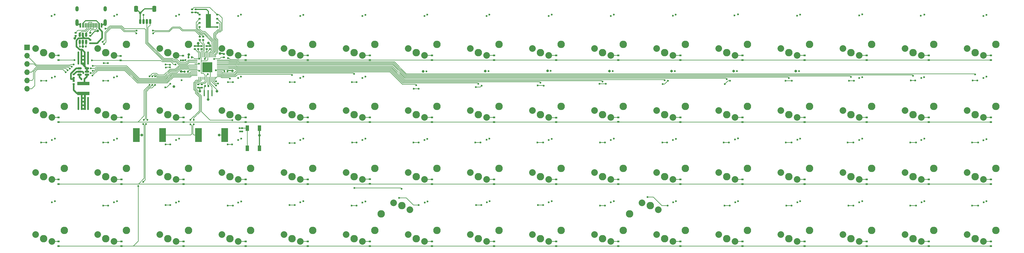
<source format=gbr>
%TF.GenerationSoftware,KiCad,Pcbnew,7.0.7*%
%TF.CreationDate,2023-10-11T09:13:37-04:00*%
%TF.ProjectId,HardLight,48617264-4c69-4676-9874-2e6b69636164,Mark 2 Rev F*%
%TF.SameCoordinates,Original*%
%TF.FileFunction,Copper,L4,Bot*%
%TF.FilePolarity,Positive*%
%FSLAX46Y46*%
G04 Gerber Fmt 4.6, Leading zero omitted, Abs format (unit mm)*
G04 Created by KiCad (PCBNEW 7.0.7) date 2023-10-11 09:13:37*
%MOMM*%
%LPD*%
G01*
G04 APERTURE LIST*
G04 Aperture macros list*
%AMRoundRect*
0 Rectangle with rounded corners*
0 $1 Rounding radius*
0 $2 $3 $4 $5 $6 $7 $8 $9 X,Y pos of 4 corners*
0 Add a 4 corners polygon primitive as box body*
4,1,4,$2,$3,$4,$5,$6,$7,$8,$9,$2,$3,0*
0 Add four circle primitives for the rounded corners*
1,1,$1+$1,$2,$3*
1,1,$1+$1,$4,$5*
1,1,$1+$1,$6,$7*
1,1,$1+$1,$8,$9*
0 Add four rect primitives between the rounded corners*
20,1,$1+$1,$2,$3,$4,$5,0*
20,1,$1+$1,$4,$5,$6,$7,0*
20,1,$1+$1,$6,$7,$8,$9,0*
20,1,$1+$1,$8,$9,$2,$3,0*%
G04 Aperture macros list end*
%TA.AperFunction,ComponentPad*%
%ADD10C,2.286000*%
%TD*%
%TA.AperFunction,ComponentPad*%
%ADD11C,2.032000*%
%TD*%
%TA.AperFunction,SMDPad,CuDef*%
%ADD12RoundRect,0.147500X0.172500X-0.147500X0.172500X0.147500X-0.172500X0.147500X-0.172500X-0.147500X0*%
%TD*%
%TA.AperFunction,SMDPad,CuDef*%
%ADD13RoundRect,0.147500X-0.172500X0.147500X-0.172500X-0.147500X0.172500X-0.147500X0.172500X0.147500X0*%
%TD*%
%TA.AperFunction,SMDPad,CuDef*%
%ADD14RoundRect,0.147500X-0.147500X-0.172500X0.147500X-0.172500X0.147500X0.172500X-0.147500X0.172500X0*%
%TD*%
%TA.AperFunction,SMDPad,CuDef*%
%ADD15RoundRect,0.050000X0.387500X0.050000X-0.387500X0.050000X-0.387500X-0.050000X0.387500X-0.050000X0*%
%TD*%
%TA.AperFunction,SMDPad,CuDef*%
%ADD16RoundRect,0.050000X0.050000X0.387500X-0.050000X0.387500X-0.050000X-0.387500X0.050000X-0.387500X0*%
%TD*%
%TA.AperFunction,SMDPad,CuDef*%
%ADD17R,3.050000X3.050000*%
%TD*%
%TA.AperFunction,SMDPad,CuDef*%
%ADD18R,0.700000X0.600000*%
%TD*%
%TA.AperFunction,SMDPad,CuDef*%
%ADD19RoundRect,0.147500X0.147500X0.172500X-0.147500X0.172500X-0.147500X-0.172500X0.147500X-0.172500X0*%
%TD*%
%TA.AperFunction,SMDPad,CuDef*%
%ADD20R,0.600000X1.450000*%
%TD*%
%TA.AperFunction,SMDPad,CuDef*%
%ADD21R,0.300000X1.450000*%
%TD*%
%TA.AperFunction,ComponentPad*%
%ADD22O,1.000000X1.600000*%
%TD*%
%TA.AperFunction,ComponentPad*%
%ADD23O,1.000000X2.100000*%
%TD*%
%TA.AperFunction,SMDPad,CuDef*%
%ADD24R,2.000000X4.200000*%
%TD*%
%TA.AperFunction,SMDPad,CuDef*%
%ADD25RoundRect,0.150000X-0.150000X-0.625000X0.150000X-0.625000X0.150000X0.625000X-0.150000X0.625000X0*%
%TD*%
%TA.AperFunction,SMDPad,CuDef*%
%ADD26RoundRect,0.250000X-0.350000X-0.650000X0.350000X-0.650000X0.350000X0.650000X-0.350000X0.650000X0*%
%TD*%
%TA.AperFunction,SMDPad,CuDef*%
%ADD27RoundRect,0.125000X0.250000X0.125000X-0.250000X0.125000X-0.250000X-0.125000X0.250000X-0.125000X0*%
%TD*%
%TA.AperFunction,SMDPad,CuDef*%
%ADD28R,1.587400X4.300000*%
%TD*%
%TA.AperFunction,SMDPad,CuDef*%
%ADD29R,3.700000X1.100000*%
%TD*%
%TA.AperFunction,SMDPad,CuDef*%
%ADD30R,0.400000X1.900000*%
%TD*%
%TA.AperFunction,SMDPad,CuDef*%
%ADD31RoundRect,0.150000X-0.512500X-0.150000X0.512500X-0.150000X0.512500X0.150000X-0.512500X0.150000X0*%
%TD*%
%TA.AperFunction,SMDPad,CuDef*%
%ADD32RoundRect,0.150000X0.150000X-0.512500X0.150000X0.512500X-0.150000X0.512500X-0.150000X-0.512500X0*%
%TD*%
%TA.AperFunction,SMDPad,CuDef*%
%ADD33R,1.100000X1.800000*%
%TD*%
%TA.AperFunction,ComponentPad*%
%ADD34R,1.700000X1.700000*%
%TD*%
%TA.AperFunction,ComponentPad*%
%ADD35O,1.700000X1.700000*%
%TD*%
%TA.AperFunction,ViaPad*%
%ADD36C,0.600000*%
%TD*%
%TA.AperFunction,ViaPad*%
%ADD37C,0.800000*%
%TD*%
%TA.AperFunction,Conductor*%
%ADD38C,0.300000*%
%TD*%
%TA.AperFunction,Conductor*%
%ADD39C,0.200000*%
%TD*%
%TA.AperFunction,Conductor*%
%ADD40C,0.500000*%
%TD*%
G04 APERTURE END LIST*
D10*
%TO.P,K2,1*%
%TO.N,14*%
X55403750Y-86042500D03*
D11*
X52943750Y-84762500D03*
D10*
%TO.P,K2,2*%
%TO.N,Net-(D2-A)*%
X61753750Y-83502500D03*
D11*
X57943750Y-86862500D03*
%TD*%
D10*
%TO.P,K3,1*%
%TO.N,13*%
X74453750Y-86029800D03*
D11*
X71993750Y-84749800D03*
D10*
%TO.P,K3,2*%
%TO.N,Net-(D3-A)*%
X80803750Y-83489800D03*
D11*
X76993750Y-86849800D03*
%TD*%
D10*
%TO.P,K6,1*%
%TO.N,10*%
X131603750Y-86042500D03*
D11*
X129143750Y-84762500D03*
D10*
%TO.P,K6,2*%
%TO.N,Net-(D6-A)*%
X137953750Y-83502500D03*
D11*
X134143750Y-86862500D03*
%TD*%
D10*
%TO.P,K7,1*%
%TO.N,9*%
X150653750Y-86042500D03*
D11*
X148193750Y-84762500D03*
D10*
%TO.P,K7,2*%
%TO.N,Net-(D7-A)*%
X157003750Y-83502500D03*
D11*
X153193750Y-86862500D03*
%TD*%
D10*
%TO.P,K8,1*%
%TO.N,8*%
X169703750Y-86042500D03*
D11*
X167243750Y-84762500D03*
D10*
%TO.P,K8,2*%
%TO.N,Net-(D8-A)*%
X176053750Y-83502500D03*
D11*
X172243750Y-86862500D03*
%TD*%
D10*
%TO.P,K9,1*%
%TO.N,7*%
X188753750Y-86042500D03*
D11*
X186293750Y-84762500D03*
D10*
%TO.P,K9,2*%
%TO.N,Net-(D9-A)*%
X195103750Y-83502500D03*
D11*
X191293750Y-86862500D03*
%TD*%
D10*
%TO.P,K10,1*%
%TO.N,6*%
X207803750Y-86042500D03*
D11*
X205343750Y-84762500D03*
D10*
%TO.P,K10,2*%
%TO.N,Net-(D10-A)*%
X214153750Y-83502500D03*
D11*
X210343750Y-86862500D03*
%TD*%
D10*
%TO.P,K11,1*%
%TO.N,5*%
X226853750Y-86042500D03*
D11*
X224393750Y-84762500D03*
D10*
%TO.P,K11,2*%
%TO.N,Net-(D11-A)*%
X233203750Y-83502500D03*
D11*
X229393750Y-86862500D03*
%TD*%
D10*
%TO.P,K12,1*%
%TO.N,4*%
X245903750Y-86042500D03*
D11*
X243443750Y-84762500D03*
D10*
%TO.P,K12,2*%
%TO.N,Net-(D12-A)*%
X252253750Y-83502500D03*
D11*
X248443750Y-86862500D03*
%TD*%
D10*
%TO.P,K13,1*%
%TO.N,3*%
X264953750Y-86042500D03*
D11*
X262493750Y-84762500D03*
D10*
%TO.P,K13,2*%
%TO.N,Net-(D13-A)*%
X271303750Y-83502500D03*
D11*
X267493750Y-86862500D03*
%TD*%
D10*
%TO.P,K14,1*%
%TO.N,2*%
X284003750Y-86042500D03*
D11*
X281543750Y-84762500D03*
D10*
%TO.P,K14,2*%
%TO.N,Net-(D14-A)*%
X290353750Y-83502500D03*
D11*
X286543750Y-86862500D03*
%TD*%
D10*
%TO.P,K15,1*%
%TO.N,1*%
X303053750Y-86042500D03*
D11*
X300593750Y-84762500D03*
D10*
%TO.P,K15,2*%
%TO.N,Net-(D15-A)*%
X309403750Y-83502500D03*
D11*
X305593750Y-86862500D03*
%TD*%
D10*
%TO.P,K16,1*%
%TO.N,0*%
X322103750Y-86042500D03*
D11*
X319643750Y-84762500D03*
D10*
%TO.P,K16,2*%
%TO.N,Net-(D16-A)*%
X328453750Y-83502500D03*
D11*
X324643750Y-86862500D03*
%TD*%
D10*
%TO.P,K17,1*%
%TO.N,15*%
X36353750Y-105092500D03*
D11*
X33893750Y-103812500D03*
D10*
%TO.P,K17,2*%
%TO.N,Net-(D17-A)*%
X42703750Y-102552500D03*
D11*
X38893750Y-105912500D03*
%TD*%
D10*
%TO.P,K18,1*%
%TO.N,14*%
X55403750Y-105092500D03*
D11*
X52943750Y-103812500D03*
D10*
%TO.P,K18,2*%
%TO.N,Net-(D18-A)*%
X61753750Y-102552500D03*
D11*
X57943750Y-105912500D03*
%TD*%
D10*
%TO.P,K19,1*%
%TO.N,13*%
X74453750Y-105092500D03*
D11*
X71993750Y-103812500D03*
D10*
%TO.P,K19,2*%
%TO.N,Net-(D19-A)*%
X80803750Y-102552500D03*
D11*
X76993750Y-105912500D03*
%TD*%
D10*
%TO.P,K22,1*%
%TO.N,10*%
X131603750Y-105092500D03*
D11*
X129143750Y-103812500D03*
D10*
%TO.P,K22,2*%
%TO.N,Net-(D22-A)*%
X137953750Y-102552500D03*
D11*
X134143750Y-105912500D03*
%TD*%
D10*
%TO.P,K23,1*%
%TO.N,9*%
X150653750Y-105092500D03*
D11*
X148193750Y-103812500D03*
D10*
%TO.P,K23,2*%
%TO.N,Net-(D23-A)*%
X157003750Y-102552500D03*
D11*
X153193750Y-105912500D03*
%TD*%
D10*
%TO.P,K24,1*%
%TO.N,8*%
X169703750Y-105092500D03*
D11*
X167243750Y-103812500D03*
D10*
%TO.P,K24,2*%
%TO.N,Net-(D24-A)*%
X176053750Y-102552500D03*
D11*
X172243750Y-105912500D03*
%TD*%
D10*
%TO.P,K25,1*%
%TO.N,7*%
X188753750Y-105092500D03*
D11*
X186293750Y-103812500D03*
D10*
%TO.P,K25,2*%
%TO.N,Net-(D25-A)*%
X195103750Y-102552500D03*
D11*
X191293750Y-105912500D03*
%TD*%
D10*
%TO.P,K26,1*%
%TO.N,6*%
X207803750Y-105092500D03*
D11*
X205343750Y-103812500D03*
D10*
%TO.P,K26,2*%
%TO.N,Net-(D26-A)*%
X214153750Y-102552500D03*
D11*
X210343750Y-105912500D03*
%TD*%
D10*
%TO.P,K27,1*%
%TO.N,5*%
X226853750Y-105092500D03*
D11*
X224393750Y-103812500D03*
D10*
%TO.P,K27,2*%
%TO.N,Net-(D27-A)*%
X233203750Y-102552500D03*
D11*
X229393750Y-105912500D03*
%TD*%
D10*
%TO.P,K28,1*%
%TO.N,4*%
X245903750Y-105092500D03*
D11*
X243443750Y-103812500D03*
D10*
%TO.P,K28,2*%
%TO.N,Net-(D28-A)*%
X252253750Y-102552500D03*
D11*
X248443750Y-105912500D03*
%TD*%
D10*
%TO.P,K29,1*%
%TO.N,3*%
X264953750Y-105092500D03*
D11*
X262493750Y-103812500D03*
D10*
%TO.P,K29,2*%
%TO.N,Net-(D29-A)*%
X271303750Y-102552500D03*
D11*
X267493750Y-105912500D03*
%TD*%
D10*
%TO.P,K30,1*%
%TO.N,2*%
X284003750Y-105092500D03*
D11*
X281543750Y-103812500D03*
D10*
%TO.P,K30,2*%
%TO.N,Net-(D30-A)*%
X290353750Y-102552500D03*
D11*
X286543750Y-105912500D03*
%TD*%
D10*
%TO.P,K31,1*%
%TO.N,1*%
X303053750Y-105092500D03*
D11*
X300593750Y-103812500D03*
D10*
%TO.P,K31,2*%
%TO.N,Net-(D31-A)*%
X309403750Y-102552500D03*
D11*
X305593750Y-105912500D03*
%TD*%
D10*
%TO.P,K32,1*%
%TO.N,0*%
X322103750Y-105092500D03*
D11*
X319643750Y-103812500D03*
D10*
%TO.P,K32,2*%
%TO.N,Net-(D32-A)*%
X328453750Y-102552500D03*
D11*
X324643750Y-105912500D03*
%TD*%
D10*
%TO.P,K33,1*%
%TO.N,15*%
X36353750Y-124142500D03*
D11*
X33893750Y-122862500D03*
D10*
%TO.P,K33,2*%
%TO.N,Net-(D33-A)*%
X42703750Y-121602500D03*
D11*
X38893750Y-124962500D03*
%TD*%
D10*
%TO.P,K34,1*%
%TO.N,14*%
X55403750Y-124142500D03*
D11*
X52943750Y-122862500D03*
D10*
%TO.P,K34,2*%
%TO.N,Net-(D34-A)*%
X61753750Y-121602500D03*
D11*
X57943750Y-124962500D03*
%TD*%
D10*
%TO.P,K35,1*%
%TO.N,13*%
X74453750Y-124142500D03*
D11*
X71993750Y-122862500D03*
D10*
%TO.P,K35,2*%
%TO.N,Net-(D35-A)*%
X80803750Y-121602500D03*
D11*
X76993750Y-124962500D03*
%TD*%
D10*
%TO.P,K36,1*%
%TO.N,12*%
X93503750Y-124142500D03*
D11*
X91043750Y-122862500D03*
D10*
%TO.P,K36,2*%
%TO.N,Net-(D36-A)*%
X99853750Y-121602500D03*
D11*
X96043750Y-124962500D03*
%TD*%
D10*
%TO.P,K37,1*%
%TO.N,11*%
X112553750Y-124142500D03*
D11*
X110093750Y-122862500D03*
D10*
%TO.P,K37,2*%
%TO.N,Net-(D37-A)*%
X118903750Y-121602500D03*
D11*
X115093750Y-124962500D03*
%TD*%
D10*
%TO.P,K38,1*%
%TO.N,10*%
X131603750Y-124142500D03*
D11*
X129143750Y-122862500D03*
D10*
%TO.P,K38,2*%
%TO.N,Net-(D38-A)*%
X137953750Y-121602500D03*
D11*
X134143750Y-124962500D03*
%TD*%
D10*
%TO.P,K39,1*%
%TO.N,9*%
X150653750Y-124142500D03*
D11*
X148193750Y-122862500D03*
D10*
%TO.P,K39,2*%
%TO.N,Net-(D39-A)*%
X157003750Y-121602500D03*
D11*
X153193750Y-124962500D03*
%TD*%
D10*
%TO.P,K40,1*%
%TO.N,8*%
X169703750Y-124142500D03*
D11*
X167243750Y-122862500D03*
D10*
%TO.P,K40,2*%
%TO.N,Net-(D40-A)*%
X176053750Y-121602500D03*
D11*
X172243750Y-124962500D03*
%TD*%
D10*
%TO.P,K41,1*%
%TO.N,7*%
X188753750Y-124142500D03*
D11*
X186293750Y-122862500D03*
D10*
%TO.P,K41,2*%
%TO.N,Net-(D41-A)*%
X195103750Y-121602500D03*
D11*
X191293750Y-124962500D03*
%TD*%
D10*
%TO.P,K42,1*%
%TO.N,6*%
X207803750Y-124142500D03*
D11*
X205343750Y-122862500D03*
D10*
%TO.P,K42,2*%
%TO.N,Net-(D42-A)*%
X214153750Y-121602500D03*
D11*
X210343750Y-124962500D03*
%TD*%
D10*
%TO.P,K43,1*%
%TO.N,5*%
X226853750Y-124142500D03*
D11*
X224393750Y-122862500D03*
D10*
%TO.P,K43,2*%
%TO.N,Net-(D43-A)*%
X233203750Y-121602500D03*
D11*
X229393750Y-124962500D03*
%TD*%
D10*
%TO.P,K44,1*%
%TO.N,4*%
X245903750Y-124142500D03*
D11*
X243443750Y-122862500D03*
D10*
%TO.P,K44,2*%
%TO.N,Net-(D44-A)*%
X252253750Y-121602500D03*
D11*
X248443750Y-124962500D03*
%TD*%
D10*
%TO.P,K45,1*%
%TO.N,3*%
X264953750Y-124142500D03*
D11*
X262493750Y-122862500D03*
D10*
%TO.P,K45,2*%
%TO.N,Net-(D45-A)*%
X271303750Y-121602500D03*
D11*
X267493750Y-124962500D03*
%TD*%
D10*
%TO.P,K46,1*%
%TO.N,2*%
X284003750Y-124142500D03*
D11*
X281543750Y-122862500D03*
D10*
%TO.P,K46,2*%
%TO.N,Net-(D46-A)*%
X290353750Y-121602500D03*
D11*
X286543750Y-124962500D03*
%TD*%
D10*
%TO.P,K47,1*%
%TO.N,1*%
X303053750Y-124142500D03*
D11*
X300593750Y-122862500D03*
D10*
%TO.P,K47,2*%
%TO.N,Net-(D47-A)*%
X309403750Y-121602500D03*
D11*
X305593750Y-124962500D03*
%TD*%
D10*
%TO.P,K48,1*%
%TO.N,0*%
X322103750Y-124142500D03*
D11*
X319643750Y-122862500D03*
D10*
%TO.P,K48,2*%
%TO.N,Net-(D48-A)*%
X328453750Y-121602500D03*
D11*
X324643750Y-124962500D03*
%TD*%
D10*
%TO.P,K49,1*%
%TO.N,15*%
X36353750Y-143192500D03*
D11*
X33893750Y-141912500D03*
D10*
%TO.P,K49,2*%
%TO.N,Net-(D49-A)*%
X42703750Y-140652500D03*
D11*
X38893750Y-144012500D03*
%TD*%
D10*
%TO.P,K50,1*%
%TO.N,14*%
X55403750Y-143192500D03*
D11*
X52943750Y-141912500D03*
D10*
%TO.P,K50,2*%
%TO.N,Net-(D50-A)*%
X61753750Y-140652500D03*
D11*
X57943750Y-144012500D03*
%TD*%
D10*
%TO.P,K51,1*%
%TO.N,13*%
X74453750Y-143192500D03*
D11*
X71993750Y-141912500D03*
D10*
%TO.P,K51,2*%
%TO.N,Net-(D51-A)*%
X80803750Y-140652500D03*
D11*
X76993750Y-144012500D03*
%TD*%
D10*
%TO.P,K52,1*%
%TO.N,12*%
X93503750Y-143192500D03*
D11*
X91043750Y-141912500D03*
D10*
%TO.P,K52,2*%
%TO.N,Net-(D52-A)*%
X99853750Y-140652500D03*
D11*
X96043750Y-144012500D03*
%TD*%
D10*
%TO.P,K53,1*%
%TO.N,11*%
X112553750Y-143192500D03*
D11*
X110093750Y-141912500D03*
D10*
%TO.P,K53,2*%
%TO.N,Net-(D53-A)*%
X118903750Y-140652500D03*
D11*
X115093750Y-144012500D03*
%TD*%
D10*
%TO.P,K54,1*%
%TO.N,10*%
X131603750Y-143192500D03*
D11*
X129143750Y-141912500D03*
D10*
%TO.P,K54,2*%
%TO.N,Net-(D54-A)*%
X137953750Y-140652500D03*
D11*
X134143750Y-144012500D03*
%TD*%
D10*
%TO.P,K55,1*%
%TO.N,9*%
X150653750Y-143192500D03*
D11*
X148193750Y-141912500D03*
D10*
%TO.P,K55,2*%
%TO.N,Net-(D55-A)*%
X157003750Y-140652500D03*
D11*
X153193750Y-144012500D03*
%TD*%
D10*
%TO.P,K56,1*%
%TO.N,8*%
X169703750Y-143192500D03*
D11*
X167243750Y-141912500D03*
D10*
%TO.P,K56,2*%
%TO.N,Net-(D56-A)*%
X176053750Y-140652500D03*
D11*
X172243750Y-144012500D03*
%TD*%
D10*
%TO.P,K57,1*%
%TO.N,7*%
X188753750Y-143192500D03*
D11*
X186293750Y-141912500D03*
D10*
%TO.P,K57,2*%
%TO.N,Net-(D57-A)*%
X195103750Y-140652500D03*
D11*
X191293750Y-144012500D03*
%TD*%
D10*
%TO.P,K58,1*%
%TO.N,6*%
X207803750Y-143192500D03*
D11*
X205343750Y-141912500D03*
D10*
%TO.P,K58,2*%
%TO.N,Net-(D58-A)*%
X214153750Y-140652500D03*
D11*
X210343750Y-144012500D03*
%TD*%
D10*
%TO.P,K59,1*%
%TO.N,5*%
X226853750Y-143192500D03*
D11*
X224393750Y-141912500D03*
D10*
%TO.P,K59,2*%
%TO.N,Net-(D59-A)*%
X233203750Y-140652500D03*
D11*
X229393750Y-144012500D03*
%TD*%
D10*
%TO.P,K60,1*%
%TO.N,4*%
X245903750Y-143192500D03*
D11*
X243443750Y-141912500D03*
D10*
%TO.P,K60,2*%
%TO.N,Net-(D60-A)*%
X252253750Y-140652500D03*
D11*
X248443750Y-144012500D03*
%TD*%
D10*
%TO.P,K61,1*%
%TO.N,3*%
X264953750Y-143192500D03*
D11*
X262493750Y-141912500D03*
D10*
%TO.P,K61,2*%
%TO.N,Net-(D61-A)*%
X271303750Y-140652500D03*
D11*
X267493750Y-144012500D03*
%TD*%
D10*
%TO.P,K62,1*%
%TO.N,2*%
X284003750Y-143192500D03*
D11*
X281543750Y-141912500D03*
D10*
%TO.P,K62,2*%
%TO.N,Net-(D62-A)*%
X290353750Y-140652500D03*
D11*
X286543750Y-144012500D03*
%TD*%
D10*
%TO.P,K63,1*%
%TO.N,1*%
X303053750Y-143192500D03*
D11*
X300593750Y-141912500D03*
D10*
%TO.P,K63,2*%
%TO.N,Net-(D63-A)*%
X309403750Y-140652500D03*
D11*
X305593750Y-144012500D03*
%TD*%
D10*
%TO.P,K64,1*%
%TO.N,0*%
X322103750Y-143192500D03*
D11*
X319643750Y-141912500D03*
D10*
%TO.P,K64,2*%
%TO.N,Net-(D64-A)*%
X328453750Y-140652500D03*
D11*
X324643750Y-144012500D03*
%TD*%
D10*
%TO.P,K1,1*%
%TO.N,15*%
X36353750Y-86042500D03*
D11*
X33893750Y-84762500D03*
D10*
%TO.P,K1,2*%
%TO.N,Net-(D1-A)*%
X42703750Y-83502500D03*
D11*
X38893750Y-86862500D03*
%TD*%
D10*
%TO.P,K4,1*%
%TO.N,12*%
X93503750Y-86042500D03*
D11*
X91043750Y-84762500D03*
D10*
%TO.P,K4,2*%
%TO.N,Net-(D4-A)*%
X99853750Y-83502500D03*
D11*
X96043750Y-86862500D03*
%TD*%
D10*
%TO.P,K5,1*%
%TO.N,11*%
X112553750Y-86042500D03*
D11*
X110093750Y-84762500D03*
D10*
%TO.P,K5,2*%
%TO.N,Net-(D5-A)*%
X118903750Y-83502500D03*
D11*
X115093750Y-86862500D03*
%TD*%
D10*
%TO.P,K21,1*%
%TO.N,11*%
X112553750Y-105092500D03*
D11*
X110093750Y-103812500D03*
D10*
%TO.P,K21,2*%
%TO.N,Net-(D21-A)*%
X118903750Y-102552500D03*
D11*
X115093750Y-105912500D03*
%TD*%
D10*
%TO.P,K20,1*%
%TO.N,12*%
X93503750Y-105092500D03*
D11*
X91043750Y-103812500D03*
D10*
%TO.P,K20,2*%
%TO.N,Net-(D20-A)*%
X99853750Y-102552500D03*
D11*
X96043750Y-105912500D03*
%TD*%
D10*
%TO.P,K54.1,1*%
%TO.N,10*%
X146208750Y-133032500D03*
D11*
X148668750Y-134312500D03*
D10*
%TO.P,K54.1,2*%
%TO.N,Net-(D54-A)*%
X139858750Y-135572500D03*
D11*
X143668750Y-132212500D03*
%TD*%
D10*
%TO.P,K58.1,1*%
%TO.N,6*%
X222408750Y-133032500D03*
D11*
X224868750Y-134312500D03*
D10*
%TO.P,K58.1,2*%
%TO.N,Net-(D58-A)*%
X216058750Y-135572500D03*
D11*
X219868750Y-132212500D03*
%TD*%
D12*
%TO.P,C1,1*%
%TO.N,+3V3*%
X83693000Y-84940000D03*
%TO.P,C1,2*%
%TO.N,GND*%
X83693000Y-83970000D03*
%TD*%
D13*
%TO.P,C2,1*%
%TO.N,+3V3*%
X84836000Y-95781000D03*
%TO.P,C2,2*%
%TO.N,GND*%
X84836000Y-96751000D03*
%TD*%
D14*
%TO.P,C3,1*%
%TO.N,+3V3*%
X91733750Y-91712500D03*
%TO.P,C3,2*%
%TO.N,GND*%
X92703750Y-91712500D03*
%TD*%
D12*
%TO.P,C6,1*%
%TO.N,+3V3*%
X91568750Y-87472500D03*
%TO.P,C6,2*%
%TO.N,GND*%
X91568750Y-86502500D03*
%TD*%
%TO.P,C8,1*%
%TO.N,+3V3*%
X86368750Y-84937500D03*
%TO.P,C8,2*%
%TO.N,GND*%
X86368750Y-83967500D03*
%TD*%
D15*
%TO.P,U0,1,IOVDD*%
%TO.N,+3V3*%
X89924500Y-87887500D03*
%TO.P,U0,2,GPIO0*%
%TO.N,0*%
X89924500Y-88287500D03*
%TO.P,U0,3,GPIO1*%
%TO.N,1*%
X89924500Y-88687500D03*
%TO.P,U0,4,GPIO2*%
%TO.N,2*%
X89924500Y-89087500D03*
%TO.P,U0,5,GPIO3*%
%TO.N,3*%
X89924500Y-89487500D03*
%TO.P,U0,6,GPIO4*%
%TO.N,4*%
X89924500Y-89887500D03*
%TO.P,U0,7,GPIO5*%
%TO.N,5*%
X89924500Y-90287500D03*
%TO.P,U0,8,GPIO6*%
%TO.N,6*%
X89924500Y-90687500D03*
%TO.P,U0,9,GPIO7*%
%TO.N,7*%
X89924500Y-91087500D03*
%TO.P,U0,10,IOVDD*%
%TO.N,+3V3*%
X89924500Y-91487500D03*
%TO.P,U0,11,GPIO8*%
%TO.N,8*%
X89924500Y-91887500D03*
%TO.P,U0,12,GPIO9*%
%TO.N,9*%
X89924500Y-92287500D03*
%TO.P,U0,13,GPIO10*%
%TO.N,10*%
X89924500Y-92687500D03*
%TO.P,U0,14,GPIO11*%
%TO.N,11*%
X89924500Y-93087500D03*
D16*
%TO.P,U0,15,GPIO12*%
%TO.N,12*%
X89087000Y-93925000D03*
%TO.P,U0,16,GPIO13*%
%TO.N,13*%
X88687000Y-93925000D03*
%TO.P,U0,17,GPIO14*%
%TO.N,14*%
X88287000Y-93925000D03*
%TO.P,U0,18,GPIO15*%
%TO.N,15*%
X87887000Y-93925000D03*
%TO.P,U0,19,TESTEN*%
%TO.N,GND*%
X87487000Y-93925000D03*
%TO.P,U0,20,XIN*%
%TO.N,XIN*%
X87087000Y-93925000D03*
%TO.P,U0,21,XOUT*%
%TO.N,XOUT*%
X86687000Y-93925000D03*
%TO.P,U0,22,IOVDD*%
%TO.N,+3V3*%
X86287000Y-93925000D03*
%TO.P,U0,23,DVDD*%
%TO.N,+1V1*%
X85887000Y-93925000D03*
%TO.P,U0,24,SWCLK*%
%TO.N,unconnected-(U0-SWCLK-Pad24)*%
X85487000Y-93925000D03*
%TO.P,U0,25,SWDIO*%
%TO.N,unconnected-(U0-SWDIO-Pad25)*%
X85087000Y-93925000D03*
%TO.P,U0,26,RUN*%
%TO.N,~{RESET}*%
X84687000Y-93925000D03*
%TO.P,U0,27,GPIO16*%
%TO.N,16*%
X84287000Y-93925000D03*
%TO.P,U0,28,GPIO17*%
%TO.N,17*%
X83887000Y-93925000D03*
D15*
%TO.P,U0,29,GPIO18*%
%TO.N,18*%
X83049500Y-93087500D03*
%TO.P,U0,30,GPIO19*%
%TO.N,19*%
X83049500Y-92687500D03*
%TO.P,U0,31,GPIO20*%
%TO.N,20*%
X83049500Y-92287500D03*
%TO.P,U0,32,GPIO21*%
%TO.N,21*%
X83049500Y-91887500D03*
%TO.P,U0,33,IOVDD*%
%TO.N,+3V3*%
X83049500Y-91487500D03*
%TO.P,U0,34,GPIO22*%
%TO.N,22*%
X83049500Y-91087500D03*
%TO.P,U0,35,GPIO23*%
%TO.N,23*%
X83049500Y-90687500D03*
%TO.P,U0,36,GPIO24*%
%TO.N,24*%
X83049500Y-90287500D03*
%TO.P,U0,37,GPIO25*%
%TO.N,25*%
X83049500Y-89887500D03*
%TO.P,U0,38,GPIO26/ADC0*%
%TO.N,26{slash}A0*%
X83049500Y-89487500D03*
%TO.P,U0,39,GPIO27/ADC1*%
%TO.N,27{slash}A1*%
X83049500Y-89087500D03*
%TO.P,U0,40,GPIO28/ADC2*%
%TO.N,28{slash}A2*%
X83049500Y-88687500D03*
%TO.P,U0,41,GPIO29/ADC3*%
%TO.N,29{slash}A3*%
X83049500Y-88287500D03*
%TO.P,U0,42,IOVDD*%
%TO.N,+3V3*%
X83049500Y-87887500D03*
D16*
%TO.P,U0,43,ADC_AVDD*%
X83887000Y-87050000D03*
%TO.P,U0,44,VREG_VIN*%
X84287000Y-87050000D03*
%TO.P,U0,45,VREG_VOUT*%
%TO.N,+1V1*%
X84687000Y-87050000D03*
%TO.P,U0,46,USB_DM*%
%TO.N,DR-*%
X85087000Y-87050000D03*
%TO.P,U0,47,USB_DP*%
%TO.N,DR+*%
X85487000Y-87050000D03*
%TO.P,U0,48,USB_VDD*%
%TO.N,+3V3*%
X85887000Y-87050000D03*
%TO.P,U0,49,IOVDD*%
X86287000Y-87050000D03*
%TO.P,U0,50,DVDD*%
%TO.N,+1V1*%
X86687000Y-87050000D03*
%TO.P,U0,51,QSPI_SD3*%
%TO.N,SD3*%
X87087000Y-87050000D03*
%TO.P,U0,52,QSPI_SCLK*%
%TO.N,CLOCK*%
X87487000Y-87050000D03*
%TO.P,U0,53,QSPI_SD0*%
%TO.N,SD0*%
X87887000Y-87050000D03*
%TO.P,U0,54,QSPI_SD2*%
%TO.N,SD2*%
X88287000Y-87050000D03*
%TO.P,U0,55,QSPI_SD1*%
%TO.N,SD1*%
X88687000Y-87050000D03*
%TO.P,U0,56,QSPI_SS_N*%
%TO.N,CS*%
X89087000Y-87050000D03*
D17*
%TO.P,U0,57,GND*%
%TO.N,GND*%
X86487000Y-90487500D03*
%TD*%
D12*
%TO.P,C7,1*%
%TO.N,+3V3*%
X82677000Y-84940000D03*
%TO.P,C7,2*%
%TO.N,GND*%
X82677000Y-83970000D03*
%TD*%
D18*
%TO.P,D1,1,K*%
%TO.N,26{slash}A0*%
X40918750Y-88287500D03*
%TO.P,D1,2,A*%
%TO.N,Net-(D1-A)*%
X40918750Y-86887500D03*
%TD*%
%TO.P,D2,1,K*%
%TO.N,26{slash}A0*%
X59918750Y-88437500D03*
%TO.P,D2,2,A*%
%TO.N,Net-(D2-A)*%
X59918750Y-87037500D03*
%TD*%
%TO.P,D3,1,K*%
%TO.N,26{slash}A0*%
X79068750Y-88387500D03*
%TO.P,D3,2,A*%
%TO.N,Net-(D3-A)*%
X79068750Y-86987500D03*
%TD*%
%TO.P,D4,1,K*%
%TO.N,26{slash}A0*%
X98318750Y-88287500D03*
%TO.P,D4,2,A*%
%TO.N,Net-(D4-A)*%
X98318750Y-86887500D03*
%TD*%
%TO.P,D5,1,K*%
%TO.N,26{slash}A0*%
X117368750Y-88287500D03*
%TO.P,D5,2,A*%
%TO.N,Net-(D5-A)*%
X117368750Y-86887500D03*
%TD*%
%TO.P,D6,1,K*%
%TO.N,26{slash}A0*%
X136418750Y-88287500D03*
%TO.P,D6,2,A*%
%TO.N,Net-(D6-A)*%
X136418750Y-86887500D03*
%TD*%
%TO.P,D7,1,K*%
%TO.N,26{slash}A0*%
X155468750Y-88287500D03*
%TO.P,D7,2,A*%
%TO.N,Net-(D7-A)*%
X155468750Y-86887500D03*
%TD*%
%TO.P,D8,1,K*%
%TO.N,26{slash}A0*%
X174518750Y-88287500D03*
%TO.P,D8,2,A*%
%TO.N,Net-(D8-A)*%
X174518750Y-86887500D03*
%TD*%
%TO.P,D9,1,K*%
%TO.N,26{slash}A0*%
X193568750Y-88287500D03*
%TO.P,D9,2,A*%
%TO.N,Net-(D9-A)*%
X193568750Y-86887500D03*
%TD*%
%TO.P,D10,1,K*%
%TO.N,26{slash}A0*%
X212618750Y-88287500D03*
%TO.P,D10,2,A*%
%TO.N,Net-(D10-A)*%
X212618750Y-86887500D03*
%TD*%
%TO.P,D11,1,K*%
%TO.N,26{slash}A0*%
X231668750Y-88287500D03*
%TO.P,D11,2,A*%
%TO.N,Net-(D11-A)*%
X231668750Y-86887500D03*
%TD*%
%TO.P,D12,1,K*%
%TO.N,26{slash}A0*%
X250718750Y-88287500D03*
%TO.P,D12,2,A*%
%TO.N,Net-(D12-A)*%
X250718750Y-86887500D03*
%TD*%
%TO.P,D13,1,K*%
%TO.N,26{slash}A0*%
X269768750Y-88287500D03*
%TO.P,D13,2,A*%
%TO.N,Net-(D13-A)*%
X269768750Y-86887500D03*
%TD*%
%TO.P,D14,1,K*%
%TO.N,26{slash}A0*%
X288818750Y-88287500D03*
%TO.P,D14,2,A*%
%TO.N,Net-(D14-A)*%
X288818750Y-86887500D03*
%TD*%
%TO.P,D15,1,K*%
%TO.N,26{slash}A0*%
X307868750Y-88287500D03*
%TO.P,D15,2,A*%
%TO.N,Net-(D15-A)*%
X307868750Y-86887500D03*
%TD*%
%TO.P,D16,1,K*%
%TO.N,26{slash}A0*%
X326918750Y-88287500D03*
%TO.P,D16,2,A*%
%TO.N,Net-(D16-A)*%
X326918750Y-86887500D03*
%TD*%
%TO.P,D17,1,K*%
%TO.N,25*%
X40918750Y-107337500D03*
%TO.P,D17,2,A*%
%TO.N,Net-(D17-A)*%
X40918750Y-105937500D03*
%TD*%
%TO.P,D18,1,K*%
%TO.N,25*%
X60218750Y-107337500D03*
%TO.P,D18,2,A*%
%TO.N,Net-(D18-A)*%
X60218750Y-105937500D03*
%TD*%
%TO.P,D19,1,K*%
%TO.N,25*%
X79268750Y-107337500D03*
%TO.P,D19,2,A*%
%TO.N,Net-(D19-A)*%
X79268750Y-105937500D03*
%TD*%
%TO.P,D20,1,K*%
%TO.N,25*%
X98318750Y-107337500D03*
%TO.P,D20,2,A*%
%TO.N,Net-(D20-A)*%
X98318750Y-105937500D03*
%TD*%
%TO.P,D21,1,K*%
%TO.N,25*%
X117368750Y-107337500D03*
%TO.P,D21,2,A*%
%TO.N,Net-(D21-A)*%
X117368750Y-105937500D03*
%TD*%
%TO.P,D22,1,K*%
%TO.N,25*%
X136418750Y-107337500D03*
%TO.P,D22,2,A*%
%TO.N,Net-(D22-A)*%
X136418750Y-105937500D03*
%TD*%
%TO.P,D23,1,K*%
%TO.N,25*%
X155468750Y-107337500D03*
%TO.P,D23,2,A*%
%TO.N,Net-(D23-A)*%
X155468750Y-105937500D03*
%TD*%
%TO.P,D24,1,K*%
%TO.N,25*%
X174518750Y-107337500D03*
%TO.P,D24,2,A*%
%TO.N,Net-(D24-A)*%
X174518750Y-105937500D03*
%TD*%
%TO.P,D25,1,K*%
%TO.N,25*%
X193568750Y-107400000D03*
%TO.P,D25,2,A*%
%TO.N,Net-(D25-A)*%
X193568750Y-106000000D03*
%TD*%
%TO.P,D26,1,K*%
%TO.N,25*%
X212618750Y-107325000D03*
%TO.P,D26,2,A*%
%TO.N,Net-(D26-A)*%
X212618750Y-105925000D03*
%TD*%
%TO.P,D27,1,K*%
%TO.N,25*%
X231668750Y-107337500D03*
%TO.P,D27,2,A*%
%TO.N,Net-(D27-A)*%
X231668750Y-105937500D03*
%TD*%
%TO.P,D28,1,K*%
%TO.N,25*%
X250718750Y-107337500D03*
%TO.P,D28,2,A*%
%TO.N,Net-(D28-A)*%
X250718750Y-105937500D03*
%TD*%
%TO.P,D29,1,K*%
%TO.N,25*%
X269768750Y-107337500D03*
%TO.P,D29,2,A*%
%TO.N,Net-(D29-A)*%
X269768750Y-105937500D03*
%TD*%
%TO.P,D30,1,K*%
%TO.N,25*%
X288818750Y-107337500D03*
%TO.P,D30,2,A*%
%TO.N,Net-(D30-A)*%
X288818750Y-105937500D03*
%TD*%
%TO.P,D31,1,K*%
%TO.N,25*%
X307868750Y-107337500D03*
%TO.P,D31,2,A*%
%TO.N,Net-(D31-A)*%
X307868750Y-105937500D03*
%TD*%
%TO.P,D32,1,K*%
%TO.N,25*%
X326918750Y-107337500D03*
%TO.P,D32,2,A*%
%TO.N,Net-(D32-A)*%
X326918750Y-105937500D03*
%TD*%
%TO.P,D33,1,K*%
%TO.N,24*%
X40918750Y-126387500D03*
%TO.P,D33,2,A*%
%TO.N,Net-(D33-A)*%
X40918750Y-124987500D03*
%TD*%
%TO.P,D34,1,K*%
%TO.N,24*%
X60218750Y-126387500D03*
%TO.P,D34,2,A*%
%TO.N,Net-(D34-A)*%
X60218750Y-124987500D03*
%TD*%
%TO.P,D35,1,K*%
%TO.N,24*%
X79268750Y-126387500D03*
%TO.P,D35,2,A*%
%TO.N,Net-(D35-A)*%
X79268750Y-124987500D03*
%TD*%
%TO.P,D36,1,K*%
%TO.N,24*%
X98318750Y-126387500D03*
%TO.P,D36,2,A*%
%TO.N,Net-(D36-A)*%
X98318750Y-124987500D03*
%TD*%
%TO.P,D37,1,K*%
%TO.N,24*%
X117368750Y-126387500D03*
%TO.P,D37,2,A*%
%TO.N,Net-(D37-A)*%
X117368750Y-124987500D03*
%TD*%
%TO.P,D38,1,K*%
%TO.N,24*%
X136418750Y-126337500D03*
%TO.P,D38,2,A*%
%TO.N,Net-(D38-A)*%
X136418750Y-124937500D03*
%TD*%
%TO.P,D39,1,K*%
%TO.N,24*%
X155468750Y-126387500D03*
%TO.P,D39,2,A*%
%TO.N,Net-(D39-A)*%
X155468750Y-124987500D03*
%TD*%
%TO.P,D40,1,K*%
%TO.N,24*%
X174518750Y-126387500D03*
%TO.P,D40,2,A*%
%TO.N,Net-(D40-A)*%
X174518750Y-124987500D03*
%TD*%
%TO.P,D41,1,K*%
%TO.N,24*%
X193568750Y-126387500D03*
%TO.P,D41,2,A*%
%TO.N,Net-(D41-A)*%
X193568750Y-124987500D03*
%TD*%
%TO.P,D42,1,K*%
%TO.N,24*%
X212618750Y-126387500D03*
%TO.P,D42,2,A*%
%TO.N,Net-(D42-A)*%
X212618750Y-124987500D03*
%TD*%
%TO.P,D43,1,K*%
%TO.N,24*%
X231668750Y-126387500D03*
%TO.P,D43,2,A*%
%TO.N,Net-(D43-A)*%
X231668750Y-124987500D03*
%TD*%
%TO.P,D44,1,K*%
%TO.N,24*%
X250718750Y-126387500D03*
%TO.P,D44,2,A*%
%TO.N,Net-(D44-A)*%
X250718750Y-124987500D03*
%TD*%
%TO.P,D45,1,K*%
%TO.N,24*%
X269768750Y-126387500D03*
%TO.P,D45,2,A*%
%TO.N,Net-(D45-A)*%
X269768750Y-124987500D03*
%TD*%
%TO.P,D46,1,K*%
%TO.N,24*%
X288818750Y-126387500D03*
%TO.P,D46,2,A*%
%TO.N,Net-(D46-A)*%
X288818750Y-124987500D03*
%TD*%
%TO.P,D47,1,K*%
%TO.N,24*%
X307868750Y-126387500D03*
%TO.P,D47,2,A*%
%TO.N,Net-(D47-A)*%
X307868750Y-124987500D03*
%TD*%
%TO.P,D48,1,K*%
%TO.N,24*%
X326918750Y-126387500D03*
%TO.P,D48,2,A*%
%TO.N,Net-(D48-A)*%
X326918750Y-124987500D03*
%TD*%
%TO.P,D49,1,K*%
%TO.N,23*%
X40918750Y-145437500D03*
%TO.P,D49,2,A*%
%TO.N,Net-(D49-A)*%
X40918750Y-144037500D03*
%TD*%
%TO.P,D50,1,K*%
%TO.N,23*%
X60218750Y-145437500D03*
%TO.P,D50,2,A*%
%TO.N,Net-(D50-A)*%
X60218750Y-144037500D03*
%TD*%
%TO.P,D51,1,K*%
%TO.N,23*%
X79268750Y-145437500D03*
%TO.P,D51,2,A*%
%TO.N,Net-(D51-A)*%
X79268750Y-144037500D03*
%TD*%
%TO.P,D52,1,K*%
%TO.N,23*%
X98318750Y-145437500D03*
%TO.P,D52,2,A*%
%TO.N,Net-(D52-A)*%
X98318750Y-144037500D03*
%TD*%
%TO.P,D53,1,K*%
%TO.N,23*%
X117368750Y-145437500D03*
%TO.P,D53,2,A*%
%TO.N,Net-(D53-A)*%
X117368750Y-144037500D03*
%TD*%
%TO.P,D54,1,K*%
%TO.N,23*%
X136418750Y-145437500D03*
%TO.P,D54,2,A*%
%TO.N,Net-(D54-A)*%
X136418750Y-144037500D03*
%TD*%
%TO.P,D55,1,K*%
%TO.N,23*%
X155468750Y-145437500D03*
%TO.P,D55,2,A*%
%TO.N,Net-(D55-A)*%
X155468750Y-144037500D03*
%TD*%
%TO.P,D56,1,K*%
%TO.N,23*%
X174518750Y-145437500D03*
%TO.P,D56,2,A*%
%TO.N,Net-(D56-A)*%
X174518750Y-144037500D03*
%TD*%
%TO.P,D57,1,K*%
%TO.N,23*%
X193568750Y-145437500D03*
%TO.P,D57,2,A*%
%TO.N,Net-(D57-A)*%
X193568750Y-144037500D03*
%TD*%
%TO.P,D58,1,K*%
%TO.N,23*%
X212618750Y-145437500D03*
%TO.P,D58,2,A*%
%TO.N,Net-(D58-A)*%
X212618750Y-144037500D03*
%TD*%
%TO.P,D59,1,K*%
%TO.N,23*%
X231668750Y-145437500D03*
%TO.P,D59,2,A*%
%TO.N,Net-(D59-A)*%
X231668750Y-144037500D03*
%TD*%
%TO.P,D60,1,K*%
%TO.N,23*%
X250718750Y-145437500D03*
%TO.P,D60,2,A*%
%TO.N,Net-(D60-A)*%
X250718750Y-144037500D03*
%TD*%
%TO.P,D61,1,K*%
%TO.N,23*%
X269768750Y-145437500D03*
%TO.P,D61,2,A*%
%TO.N,Net-(D61-A)*%
X269768750Y-144037500D03*
%TD*%
%TO.P,D62,1,K*%
%TO.N,23*%
X288818750Y-145437500D03*
%TO.P,D62,2,A*%
%TO.N,Net-(D62-A)*%
X288818750Y-144037500D03*
%TD*%
%TO.P,D63,1,K*%
%TO.N,23*%
X307868750Y-145437500D03*
%TO.P,D63,2,A*%
%TO.N,Net-(D63-A)*%
X307868750Y-144037500D03*
%TD*%
%TO.P,D64,1,K*%
%TO.N,23*%
X326918750Y-145437500D03*
%TO.P,D64,2,A*%
%TO.N,Net-(D64-A)*%
X326918750Y-144037500D03*
%TD*%
D12*
%TO.P,RC2,1*%
%TO.N,GND*%
X50618750Y-80892500D03*
%TO.P,RC2,2*%
%TO.N,Net-(J0-CC2)*%
X50618750Y-79922500D03*
%TD*%
D13*
%TO.P,RC1,1*%
%TO.N,Net-(J0-CC1)*%
X46118750Y-79902500D03*
%TO.P,RC1,2*%
%TO.N,GND*%
X46118750Y-80872500D03*
%TD*%
%TO.P,RD1,1*%
%TO.N,DB+*%
X85268750Y-81152500D03*
%TO.P,RD1,2*%
%TO.N,DR+*%
X85268750Y-82122500D03*
%TD*%
D12*
%TO.P,F0,1*%
%TO.N,vUSB*%
X50618750Y-83122500D03*
%TO.P,F0,2*%
%TO.N,VBUS*%
X50618750Y-82152500D03*
%TD*%
D19*
%TO.P,C4,1*%
%TO.N,+3V3*%
X80588750Y-91837500D03*
%TO.P,C4,2*%
%TO.N,GND*%
X79618750Y-91837500D03*
%TD*%
D20*
%TO.P,J0,A1,GND*%
%TO.N,GND*%
X47618750Y-77682500D03*
%TO.P,J0,A4,VBUS*%
%TO.N,vUSB*%
X48418750Y-77682500D03*
D21*
%TO.P,J0,A5,CC1*%
%TO.N,Net-(J0-CC1)*%
X49618750Y-77682500D03*
%TO.P,J0,A6,D+*%
%TO.N,D+*%
X50618750Y-77682500D03*
%TO.P,J0,A7,D-*%
%TO.N,D-*%
X51118750Y-77682500D03*
%TO.P,J0,A8,SBU1*%
%TO.N,unconnected-(J0-SBU1-PadA8)*%
X52118750Y-77682500D03*
D20*
%TO.P,J0,A9,VBUS*%
%TO.N,vUSB*%
X53318750Y-77682500D03*
%TO.P,J0,A12,GND*%
%TO.N,GND*%
X54118750Y-77682500D03*
%TO.P,J0,B1,GND*%
X54118750Y-77682500D03*
%TO.P,J0,B4,VBUS*%
%TO.N,vUSB*%
X53318750Y-77682500D03*
D21*
%TO.P,J0,B5,CC2*%
%TO.N,Net-(J0-CC2)*%
X52618750Y-77682500D03*
%TO.P,J0,B6,D+*%
%TO.N,D+*%
X51618750Y-77682500D03*
%TO.P,J0,B7,D-*%
%TO.N,D-*%
X50118750Y-77682500D03*
%TO.P,J0,B8,SBU2*%
%TO.N,unconnected-(J0-SBU2-PadB8)*%
X49118750Y-77682500D03*
D20*
%TO.P,J0,B9,VBUS*%
%TO.N,vUSB*%
X48418750Y-77682500D03*
%TO.P,J0,B12,GND*%
%TO.N,GND*%
X47618750Y-77682500D03*
D22*
%TO.P,J0,S1,SHIELD*%
X46548750Y-72587500D03*
D23*
X46548750Y-76767500D03*
D22*
X55188750Y-72587500D03*
D23*
X55188750Y-76767500D03*
%TD*%
D19*
%TO.P,C5,1*%
%TO.N,+3V3*%
X81753750Y-87503000D03*
%TO.P,C5,2*%
%TO.N,GND*%
X80783750Y-87503000D03*
%TD*%
D24*
%TO.P,TX0,1,1*%
%TO.N,17*%
X72768750Y-111337500D03*
%TO.P,TX0,2,2*%
%TO.N,GND*%
X64768750Y-111337500D03*
%TD*%
%TO.P,TX1,1,1*%
%TO.N,16*%
X83818750Y-111337500D03*
%TO.P,TX1,2,2*%
%TO.N,GND*%
X91818750Y-111337500D03*
%TD*%
D14*
%TO.P,CP5,1*%
%TO.N,GND*%
X46968750Y-86037500D03*
%TO.P,CP5,2*%
%TO.N,VBUS*%
X47938750Y-86037500D03*
%TD*%
D12*
%TO.P,CF1,1*%
%TO.N,+3V3*%
X82926750Y-73702000D03*
%TO.P,CF1,2*%
%TO.N,GND*%
X82926750Y-72732000D03*
%TD*%
D25*
%TO.P,J1,1,Pin_1*%
%TO.N,GND*%
X65968750Y-76437500D03*
%TO.P,J1,2,Pin_2*%
%TO.N,+3V3*%
X66968750Y-76437500D03*
%TO.P,J1,3,Pin_3*%
%TO.N,28{slash}A2*%
X67968750Y-76437500D03*
%TO.P,J1,4,Pin_4*%
%TO.N,29{slash}A3*%
X68968750Y-76437500D03*
D26*
%TO.P,J1,MP,MP*%
%TO.N,GND*%
X64668750Y-72562500D03*
X70268750Y-72562500D03*
%TD*%
D14*
%TO.P,CP8,1*%
%TO.N,+3V3*%
X48998750Y-100037500D03*
%TO.P,CP8,2*%
%TO.N,GND*%
X49968750Y-100037500D03*
%TD*%
D19*
%TO.P,CP10,1*%
%TO.N,GND*%
X49938750Y-87137500D03*
%TO.P,CP10,2*%
%TO.N,VBUS*%
X48968750Y-87137500D03*
%TD*%
D13*
%TO.P,C10,1*%
%TO.N,+1V1*%
X83693000Y-95781000D03*
%TO.P,C10,2*%
%TO.N,GND*%
X83693000Y-96751000D03*
%TD*%
D12*
%TO.P,C11,1*%
%TO.N,+1V1*%
X84709000Y-84940000D03*
%TO.P,C11,2*%
%TO.N,GND*%
X84709000Y-83970000D03*
%TD*%
D27*
%TO.P,U3,1,~{CS}*%
%TO.N,CS*%
X89568750Y-74386900D03*
%TO.P,U3,2,DO(IO1)*%
%TO.N,SD1*%
X89568750Y-75656900D03*
%TO.P,U3,3,IO2*%
%TO.N,SD2*%
X89568750Y-76926900D03*
%TO.P,U3,4,GND*%
%TO.N,GND*%
X89568750Y-78196900D03*
%TO.P,U3,5,DI(IO0)*%
%TO.N,SD0*%
X84168750Y-78196900D03*
%TO.P,U3,6,CLK*%
%TO.N,CLOCK*%
X84168750Y-76926900D03*
%TO.P,U3,7,IO3*%
%TO.N,SD3*%
X84168750Y-75656900D03*
%TO.P,U3,8,VCC*%
%TO.N,+3V3*%
X84168750Y-74386900D03*
D28*
%TO.P,U3,9,EP*%
%TO.N,GND*%
X86868750Y-76291900D03*
%TD*%
D29*
%TO.P,LP1,1,1*%
%TO.N,Net-(U1-SW)*%
X48468750Y-95537500D03*
%TO.P,LP1,2,2*%
%TO.N,+3V3*%
X48468750Y-98537500D03*
%TD*%
D19*
%TO.P,CP13,1*%
%TO.N,GND*%
X49938750Y-89337500D03*
%TO.P,CP13,2*%
%TO.N,VBUS*%
X48968750Y-89337500D03*
%TD*%
%TO.P,CP17,1*%
%TO.N,+3V3*%
X47968750Y-101137500D03*
%TO.P,CP17,2*%
%TO.N,GND*%
X46998750Y-101137500D03*
%TD*%
D30*
%TO.P,Y0,1,1*%
%TO.N,XIN*%
X87968000Y-98479000D03*
%TO.P,Y0,2,2*%
%TO.N,GND*%
X86768000Y-98479000D03*
%TO.P,Y0,3,3*%
%TO.N,Net-(RX1-Pad2)*%
X85568000Y-98479000D03*
%TD*%
D31*
%TO.P,U1,1,BS*%
%TO.N,Net-(U1-BS)*%
X47331250Y-92787500D03*
%TO.P,U1,2,GND*%
%TO.N,GND*%
X47331250Y-91837500D03*
%TO.P,U1,3,FB*%
%TO.N,Net-(U1-FB)*%
X47331250Y-90887500D03*
%TO.P,U1,4,EN*%
%TO.N,VBUS*%
X49606250Y-90887500D03*
%TO.P,U1,5,VIN*%
X49606250Y-91837500D03*
%TO.P,U1,6,SW*%
%TO.N,Net-(U1-SW)*%
X49606250Y-92787500D03*
%TD*%
D19*
%TO.P,CP9,1*%
%TO.N,+3V3*%
X47968750Y-103337500D03*
%TO.P,CP9,2*%
%TO.N,GND*%
X46998750Y-103337500D03*
%TD*%
D12*
%TO.P,RP2,1*%
%TO.N,Net-(U1-FB)*%
X45568750Y-93722500D03*
%TO.P,RP2,2*%
%TO.N,GND*%
X45568750Y-92752500D03*
%TD*%
D14*
%TO.P,CP1,1*%
%TO.N,Net-(U1-BS)*%
X47883750Y-94137500D03*
%TO.P,CP1,2*%
%TO.N,Net-(U1-SW)*%
X48853750Y-94137500D03*
%TD*%
D12*
%TO.P,RR1,1*%
%TO.N,+3V3*%
X97214650Y-110225100D03*
%TO.P,RR1,2*%
%TO.N,~{RESET}*%
X97214650Y-109255100D03*
%TD*%
D14*
%TO.P,CP6,1*%
%TO.N,+3V3*%
X48998750Y-102237500D03*
%TO.P,CP6,2*%
%TO.N,GND*%
X49968750Y-102237500D03*
%TD*%
D19*
%TO.P,CP15,1*%
%TO.N,+3V3*%
X47968750Y-100037500D03*
%TO.P,CP15,2*%
%TO.N,GND*%
X46998750Y-100037500D03*
%TD*%
D14*
%TO.P,CP4,1*%
%TO.N,GND*%
X46968750Y-87137500D03*
%TO.P,CP4,2*%
%TO.N,VBUS*%
X47938750Y-87137500D03*
%TD*%
D19*
%TO.P,CP12,1*%
%TO.N,GND*%
X49938750Y-88237500D03*
%TO.P,CP12,2*%
%TO.N,VBUS*%
X48968750Y-88237500D03*
%TD*%
D32*
%TO.P,U2,1,I/O1*%
%TO.N,DB+*%
X49318750Y-82775000D03*
%TO.P,U2,2,GND*%
%TO.N,GND*%
X48368750Y-82775000D03*
%TO.P,U2,3,I/O2*%
%TO.N,DB-*%
X47418750Y-82775000D03*
%TO.P,U2,4,I/O2*%
%TO.N,D-*%
X47418750Y-80500000D03*
%TO.P,U2,5,VBUS*%
%TO.N,VBUS*%
X48368750Y-80500000D03*
%TO.P,U2,6,I/O1*%
%TO.N,D+*%
X49318750Y-80500000D03*
%TD*%
D12*
%TO.P,RF2,1*%
%TO.N,+3V3*%
X81843750Y-73702000D03*
%TO.P,RF2,2*%
%TO.N,CS*%
X81843750Y-72732000D03*
%TD*%
D19*
%TO.P,CP11,1*%
%TO.N,GND*%
X49938750Y-86037500D03*
%TO.P,CP11,2*%
%TO.N,VBUS*%
X48968750Y-86037500D03*
%TD*%
D12*
%TO.P,RP1,1*%
%TO.N,+3V3*%
X45568750Y-95722500D03*
%TO.P,RP1,2*%
%TO.N,Net-(U1-FB)*%
X45568750Y-94752500D03*
%TD*%
D13*
%TO.P,RD0,1*%
%TO.N,DB-*%
X84268750Y-81152500D03*
%TO.P,RD0,2*%
%TO.N,DR-*%
X84268750Y-82122500D03*
%TD*%
D14*
%TO.P,CP14,1*%
%TO.N,+3V3*%
X48998750Y-103337500D03*
%TO.P,CP14,2*%
%TO.N,GND*%
X49968750Y-103337500D03*
%TD*%
D19*
%TO.P,CP16,1*%
%TO.N,+3V3*%
X47968750Y-102237500D03*
%TO.P,CP16,2*%
%TO.N,GND*%
X46998750Y-102237500D03*
%TD*%
D14*
%TO.P,CP7,1*%
%TO.N,+3V3*%
X48998750Y-101137500D03*
%TO.P,CP7,2*%
%TO.N,GND*%
X49968750Y-101137500D03*
%TD*%
D33*
%TO.P,S1,1,A*%
%TO.N,GND*%
X102518750Y-115437500D03*
X102518750Y-109237500D03*
%TO.P,S1,2,B*%
%TO.N,~{RESET}*%
X98818750Y-115437500D03*
X98818750Y-109237500D03*
%TD*%
D12*
%TO.P,C9,1*%
%TO.N,+1V1*%
X87384750Y-84937500D03*
%TO.P,C9,2*%
%TO.N,GND*%
X87384750Y-83967500D03*
%TD*%
D14*
%TO.P,CP3,1*%
%TO.N,GND*%
X46968750Y-88237500D03*
%TO.P,CP3,2*%
%TO.N,VBUS*%
X47938750Y-88237500D03*
%TD*%
D34*
%TO.P,J2,1,Pin_1*%
%TO.N,GND*%
X31268750Y-84417500D03*
D35*
%TO.P,J2,2,Pin_2*%
%TO.N,22*%
X31268750Y-86957500D03*
%TO.P,J2,3,Pin_3*%
%TO.N,21*%
X31268750Y-89497500D03*
%TO.P,J2,4,Pin_4*%
%TO.N,20*%
X31268750Y-92037500D03*
%TO.P,J2,5,Pin_5*%
%TO.N,19*%
X31268750Y-94577500D03*
%TO.P,J2,6,Pin_6*%
%TO.N,18*%
X31268750Y-97117500D03*
%TD*%
D14*
%TO.P,CP2,1*%
%TO.N,GND*%
X46968750Y-89337500D03*
%TO.P,CP2,2*%
%TO.N,VBUS*%
X47938750Y-89337500D03*
%TD*%
D19*
%TO.P,RX1,1*%
%TO.N,XOUT*%
X86845000Y-96266000D03*
%TO.P,RX1,2*%
%TO.N,Net-(RX1-Pad2)*%
X85875000Y-96266000D03*
%TD*%
D36*
%TO.N,GND*%
X49968750Y-86637500D03*
X39668750Y-74387500D03*
X49968750Y-100637500D03*
X39768750Y-112487500D03*
X192168750Y-74387500D03*
X154018750Y-112537500D03*
X287418750Y-112487500D03*
X49968750Y-87737500D03*
X46968750Y-101737500D03*
D37*
X190918750Y-91587500D03*
D36*
X86868750Y-74837500D03*
D37*
X84268750Y-97912500D03*
D36*
X135018750Y-112487500D03*
X96868750Y-74387500D03*
X267518750Y-132037500D03*
X306468750Y-112487500D03*
D37*
X89498750Y-97887500D03*
X52872684Y-79342810D03*
D36*
X96918750Y-112487500D03*
X287418750Y-74287500D03*
X324668750Y-131987500D03*
X86518750Y-90487500D03*
X230268750Y-112537500D03*
X249318750Y-112387500D03*
X211218750Y-112487500D03*
X46968750Y-86637500D03*
D37*
X90168750Y-111337500D03*
D36*
X286518750Y-93787500D03*
D37*
X86768750Y-100437500D03*
D36*
X154018750Y-74387500D03*
X57918750Y-93687500D03*
D37*
X45857169Y-81624178D03*
X48368750Y-84137500D03*
X65968750Y-73862500D03*
D36*
X49968750Y-88837500D03*
X49968750Y-101737500D03*
D37*
X86868750Y-83037500D03*
D36*
X192168750Y-112537500D03*
D37*
X267018750Y-91687500D03*
D36*
X57918750Y-132037500D03*
X173068750Y-112437500D03*
X135018750Y-74437500D03*
X58818750Y-112487500D03*
X153218750Y-132087500D03*
D37*
X94203250Y-91637500D03*
X66428750Y-111337500D03*
D36*
X49968750Y-102837500D03*
X305518750Y-93787500D03*
X115068750Y-93787500D03*
X134118750Y-132087500D03*
X305618750Y-132037500D03*
X249318750Y-74287500D03*
X191268750Y-132037500D03*
X134118750Y-93787500D03*
D37*
X171768750Y-91687500D03*
X152718750Y-91787500D03*
D36*
X230218750Y-74337500D03*
X210318750Y-132037500D03*
X306468750Y-74337500D03*
D37*
X78518750Y-91837000D03*
D36*
X115068750Y-132037500D03*
D37*
X102518750Y-111437500D03*
D36*
X46968750Y-102837500D03*
X115968750Y-74437500D03*
X38868750Y-93737500D03*
D37*
X209868750Y-91687500D03*
D36*
X58868750Y-74387500D03*
X48468750Y-92337500D03*
X77868750Y-112487500D03*
X115968750Y-112487500D03*
X38868750Y-132037500D03*
D37*
X83693000Y-83137500D03*
X76268750Y-96487500D03*
D36*
X86868750Y-76237500D03*
X76918750Y-132087500D03*
X229418750Y-132037500D03*
X173068750Y-74387500D03*
X286518750Y-132037500D03*
X86868750Y-77637500D03*
X248468750Y-132037500D03*
X96018750Y-132087500D03*
X46968750Y-87737500D03*
X46968750Y-88837500D03*
X325518750Y-74437500D03*
D37*
X247989250Y-91687500D03*
D36*
X325518750Y-112587500D03*
X268418750Y-74387500D03*
D37*
X80868750Y-86637500D03*
D36*
X268418750Y-112437500D03*
X77868750Y-74387500D03*
X172268750Y-131987500D03*
D37*
X90394290Y-86298816D03*
D36*
X46968750Y-100637500D03*
X211218750Y-74387500D03*
D37*
X228918750Y-91737500D03*
D36*
X324618750Y-93787500D03*
X95968750Y-93787500D03*
%TO.N,~{RESET}*%
X94268750Y-106747500D03*
X96458750Y-109227500D03*
%TO.N,DB+*%
X69868750Y-79287500D03*
X49268750Y-84137500D03*
X64818750Y-79287500D03*
X54468750Y-82737500D03*
%TO.N,DB-*%
X69968750Y-80087500D03*
X47468750Y-84137500D03*
X64768750Y-80087500D03*
X54868750Y-83437500D03*
%TO.N,0*%
X322093750Y-92762500D03*
%TO.N,1*%
X303053750Y-93112500D03*
%TO.N,2*%
X284003750Y-93487500D03*
%TO.N,3*%
X264953750Y-93837500D03*
%TO.N,4*%
X245903750Y-94187500D03*
%TO.N,5*%
X226853750Y-94537500D03*
%TO.N,6*%
X207803750Y-94937500D03*
%TO.N,7*%
X188753750Y-95287500D03*
%TO.N,8*%
X169703750Y-95637500D03*
%TO.N,9*%
X150653750Y-95987500D03*
%TO.N,10*%
X146118750Y-127887500D03*
X131618750Y-127637500D03*
X131603750Y-92587500D03*
%TO.N,11*%
X112553750Y-92937500D03*
%TO.N,12*%
X93503750Y-93987500D03*
%TO.N,13*%
X89248750Y-94857500D03*
%TO.N,14*%
X75118750Y-89737997D03*
X89818750Y-95487500D03*
X73768750Y-89710389D03*
%TO.N,15*%
X56068750Y-89237500D03*
X89199718Y-96072857D03*
X54768750Y-89227500D03*
X73818750Y-90587500D03*
X75061000Y-90545250D03*
%TO.N,18*%
X43068750Y-92037500D03*
X51318750Y-93087500D03*
%TO.N,19*%
X50748660Y-92330130D03*
X43668750Y-91437500D03*
%TO.N,20*%
X44368750Y-90937500D03*
X51368750Y-91615823D03*
%TO.N,23*%
X70525000Y-93356250D03*
X70525000Y-95981250D03*
X67768750Y-107987500D03*
X65318750Y-126987500D03*
X68173775Y-106737500D03*
X66868750Y-125787500D03*
%TO.N,24*%
X67068750Y-106737500D03*
X66868750Y-107987500D03*
X69681250Y-93356250D03*
X69681250Y-95981250D03*
%TO.N,26{slash}A0*%
X51168750Y-88437500D03*
X45768750Y-88337500D03*
X78368750Y-88437500D03*
X79868750Y-88337500D03*
X83993750Y-89387500D03*
X92880971Y-87699721D03*
X76768750Y-89637500D03*
%TO.N,27{slash}A1*%
X55318750Y-78687500D03*
%TO.N,+3V3*%
X229918750Y-91737500D03*
X84058750Y-87887500D03*
X47968750Y-102737500D03*
X306418750Y-93587500D03*
X115068750Y-74787500D03*
X248418750Y-112737500D03*
X39768750Y-93387500D03*
X287418750Y-131687500D03*
X76968750Y-74737500D03*
X286518750Y-74637500D03*
X153118750Y-112887500D03*
X135018750Y-93437500D03*
X47968750Y-100637500D03*
X154118750Y-131737500D03*
X96918750Y-131737500D03*
X77818750Y-131737500D03*
X210868750Y-91687500D03*
X38768750Y-74737500D03*
X248268750Y-74637500D03*
X248959250Y-91687500D03*
X48968750Y-102737500D03*
X268418750Y-131687500D03*
X58818750Y-131687500D03*
X134118750Y-112837500D03*
X85728750Y-87967500D03*
X83668750Y-73837500D03*
X48968750Y-99437500D03*
X306518750Y-131687500D03*
X66968750Y-74437500D03*
X96868750Y-93437500D03*
X172168750Y-112787500D03*
X153118750Y-74737500D03*
X325568750Y-131637500D03*
X76968750Y-112837500D03*
X38868750Y-112837500D03*
X48968750Y-101637500D03*
X115968750Y-131687500D03*
X325518750Y-93437500D03*
X57968750Y-74737500D03*
X192168750Y-131687500D03*
X39768750Y-131687500D03*
X95968750Y-74737500D03*
X324618750Y-112937500D03*
X135018750Y-131737500D03*
X58818750Y-93337500D03*
X229368750Y-112887500D03*
X172168750Y-74737500D03*
X96558750Y-110227500D03*
X287418750Y-93587500D03*
X57918750Y-112837500D03*
X229318750Y-74687500D03*
X324618750Y-74787500D03*
X89138750Y-91487500D03*
X48968750Y-100637500D03*
X305568750Y-112837500D03*
X249368750Y-131687500D03*
X230318750Y-131687500D03*
X96018750Y-112837500D03*
X134118750Y-74787500D03*
X286518750Y-112837500D03*
X88668750Y-87987500D03*
X267468750Y-74687500D03*
X47968750Y-101637500D03*
X210318750Y-74737500D03*
X115068750Y-112837500D03*
X210318750Y-112837500D03*
X211218750Y-131687500D03*
X173168750Y-131637500D03*
X305418750Y-74687500D03*
X267518750Y-112787500D03*
X78668750Y-94537500D03*
X172768750Y-91737500D03*
X191868750Y-91637500D03*
X153718750Y-91787500D03*
X84068750Y-91637500D03*
X191268750Y-112887500D03*
X86718750Y-92637500D03*
X115968750Y-93437500D03*
X268018750Y-91687500D03*
X47968750Y-99437500D03*
X191268750Y-74737500D03*
%TO.N,25*%
X68837500Y-95981250D03*
X68837500Y-93356250D03*
%TO.N,17*%
X81368750Y-108037500D03*
X81368750Y-106687500D03*
%TO.N,16*%
X82358750Y-108027500D03*
X82368750Y-106687500D03*
%TO.N,21*%
X44968750Y-90337500D03*
X50771543Y-90860593D03*
%TO.N,22*%
X51368750Y-90137500D03*
X45568750Y-89675933D03*
%TO.N,Net-(LD17-DOUT)*%
X37168750Y-94637500D03*
X35568750Y-94637500D03*
X37168750Y-113637500D03*
X35568750Y-113637500D03*
%TO.N,Net-(LD17-DIN)*%
X54568750Y-94637500D03*
X56168750Y-94637500D03*
%TO.N,Net-(LD18-DIN)*%
X75168750Y-95637500D03*
X73618750Y-96731250D03*
%TO.N,Net-(LD19-DIN)*%
X92868750Y-95137500D03*
X94368750Y-95137500D03*
%TO.N,Net-(LD20-DIN)*%
X111868750Y-95137500D03*
X113368750Y-95137500D03*
%TO.N,Net-(LD21-DIN)*%
X130868750Y-95137500D03*
X132368750Y-95137500D03*
%TO.N,Net-(LD22-DIN)*%
X151368750Y-97137500D03*
X149868750Y-97137500D03*
%TO.N,Net-(LD23-DIN)*%
X168868750Y-96637500D03*
X170694881Y-96195456D03*
%TO.N,Net-(LD24-DIN)*%
X187868750Y-96137500D03*
X189738467Y-96174724D03*
%TO.N,Net-(LD25-DIN)*%
X208769248Y-95637500D03*
X206868750Y-95637500D03*
%TO.N,Net-(LD26-DIN)*%
X226229250Y-95687500D03*
X227868750Y-94637500D03*
%TO.N,Net-(LD27-DIN)*%
X246868750Y-94637500D03*
X245279250Y-95687500D03*
%TO.N,Net-(LD28-DIN)*%
X265868750Y-94637500D03*
X263868750Y-94637500D03*
%TO.N,Net-(LD29-DIN)*%
X284868750Y-94637500D03*
X283368750Y-94637500D03*
%TO.N,Net-(LD30-DIN)*%
X302318750Y-94587500D03*
X303718750Y-94587500D03*
%TO.N,Net-(LD31-DIN)*%
X321318750Y-94587500D03*
X322768750Y-94587500D03*
%TO.N,Net-(LD33-DOUT)*%
X56168750Y-113637500D03*
X54568750Y-113637500D03*
%TO.N,Net-(LD34-DOUT)*%
X73768750Y-114237500D03*
X75168750Y-114237500D03*
%TO.N,Net-(LD35-DOUT)*%
X92768750Y-114237500D03*
X94168750Y-114237500D03*
%TO.N,Net-(LD36-DOUT)*%
X111768750Y-113837500D03*
X113368750Y-113837500D03*
%TO.N,Net-(LD37-DOUT)*%
X130968750Y-113637500D03*
X132368750Y-113637500D03*
%TO.N,Net-(LD38-DOUT)*%
X151368750Y-113637500D03*
X149768750Y-113637500D03*
%TO.N,Net-(LD39-DOUT)*%
X168768750Y-113637500D03*
X170368750Y-113637500D03*
%TO.N,Net-(LD40-DOUT)*%
X189568750Y-113637500D03*
X187768750Y-113637500D03*
%TO.N,Net-(LD41-DOUT)*%
X208568750Y-113637500D03*
X206968750Y-113637500D03*
%TO.N,Net-(LD42-DOUT)*%
X227568750Y-113637500D03*
X226168750Y-113637500D03*
%TO.N,Net-(LD43-DOUT)*%
X246568750Y-113637500D03*
X244968750Y-113637500D03*
%TO.N,Net-(LD44-DOUT)*%
X263968750Y-113637500D03*
X265768750Y-113637500D03*
%TO.N,Net-(LD45-DOUT)*%
X284768750Y-113637500D03*
X282968750Y-113637500D03*
%TO.N,Net-(LD46-DOUT)*%
X302168750Y-113637500D03*
X303968750Y-113637500D03*
%TO.N,Net-(LD47-DOUT)*%
X321168750Y-113637500D03*
X322968750Y-113637500D03*
%TO.N,Net-(LD49-DIN)*%
X56168750Y-133037500D03*
X54568750Y-133037500D03*
%TO.N,Net-(LD50-DIN)*%
X73768750Y-132837500D03*
X75168750Y-132837500D03*
%TO.N,Net-(LD51-DIN)*%
X94368750Y-133037500D03*
X92768750Y-133037500D03*
%TO.N,Net-(LD52-DIN)*%
X111768750Y-132837500D03*
X113368750Y-132837500D03*
%TO.N,Net-(LD53-DIN)*%
X132368750Y-133037500D03*
X130768750Y-133037500D03*
%TO.N,Net-(LD54-DIN)*%
X151368750Y-132837500D03*
X145368750Y-130637500D03*
%TO.N,Net-(LD55-DIN)*%
X168968750Y-132837500D03*
X170568750Y-132837500D03*
%TO.N,Net-(LD56-DIN)*%
X189568750Y-132837500D03*
X187968750Y-132837500D03*
%TO.N,Net-(LD57-DIN)*%
X208568750Y-133037500D03*
X206968750Y-133037500D03*
%TO.N,Net-(LD58-DIN)*%
X227768750Y-133037500D03*
X221568750Y-130437500D03*
%TO.N,Net-(LD59-DIN)*%
X245168750Y-133037500D03*
X246768750Y-133037500D03*
%TO.N,Net-(LD60-DIN)*%
X264168750Y-133037500D03*
X265768750Y-133037500D03*
%TO.N,Net-(LD61-DIN)*%
X284768750Y-133037500D03*
X283168750Y-133037500D03*
%TO.N,Net-(LD62-DIN)*%
X302168750Y-133037500D03*
X303968750Y-133037500D03*
%TO.N,Net-(LD63-DIN)*%
X321168750Y-133037500D03*
X322968750Y-133037500D03*
%TD*%
D38*
%TO.N,GND*%
X87384750Y-83553500D02*
X87384750Y-83967500D01*
D39*
X91818750Y-111337500D02*
X90168750Y-111337500D01*
D40*
X46968750Y-100637500D02*
X46998750Y-100667500D01*
D38*
X70268750Y-72562500D02*
X67268750Y-72562500D01*
D40*
X49938750Y-87767500D02*
X49938750Y-88807500D01*
D38*
X90394290Y-86298816D02*
X91365066Y-86298816D01*
X83693000Y-96751000D02*
X84268750Y-96751000D01*
D39*
X64768750Y-111337500D02*
X66428750Y-111337500D01*
D38*
X102518750Y-111437500D02*
X102518750Y-109237500D01*
X80783750Y-87503000D02*
X80783750Y-86722500D01*
X86768000Y-100436750D02*
X86768750Y-100437500D01*
D40*
X46968750Y-86637500D02*
X46968750Y-86037500D01*
D38*
X50672321Y-80892500D02*
X51288750Y-80276071D01*
D40*
X49968750Y-101737500D02*
X49968750Y-100637500D01*
X46998750Y-100607500D02*
X46968750Y-100637500D01*
X49968750Y-86637500D02*
X49938750Y-86667500D01*
D38*
X51288750Y-80276071D02*
X51288750Y-80217500D01*
X86868750Y-83037500D02*
X87384750Y-83553500D01*
X46118750Y-81362597D02*
X45857169Y-81624178D01*
X84709000Y-83970000D02*
X82677000Y-83970000D01*
D40*
X46998750Y-101707500D02*
X46968750Y-101737500D01*
X46968750Y-102837500D02*
X46998750Y-102867500D01*
X46968750Y-87737500D02*
X46968750Y-86637500D01*
X48214623Y-91837500D02*
X48468750Y-92091627D01*
D39*
X87487000Y-95460164D02*
X89498750Y-97471915D01*
D40*
X49968750Y-87737500D02*
X49938750Y-87767500D01*
D38*
X51288750Y-80217500D02*
X52048750Y-79457500D01*
X52048750Y-79457500D02*
X52757994Y-79457500D01*
D40*
X46968750Y-88837500D02*
X46968750Y-87737500D01*
D38*
X47463750Y-77682500D02*
X46548750Y-76767500D01*
X54273750Y-77682500D02*
X55188750Y-76767500D01*
D40*
X45568750Y-92752500D02*
X46483750Y-91837500D01*
D39*
X87487000Y-93925000D02*
X87487000Y-95460164D01*
D38*
X86868750Y-74837500D02*
X86868750Y-73337500D01*
X86868750Y-73337500D02*
X86268750Y-72737500D01*
X80783750Y-86722500D02*
X80868750Y-86637500D01*
D40*
X46998750Y-101767500D02*
X46998750Y-102807500D01*
X49938750Y-86667500D02*
X49938750Y-87707500D01*
X49938750Y-86037500D02*
X49938750Y-86607500D01*
X46968750Y-89337500D02*
X46968750Y-88837500D01*
D38*
X65968750Y-73862500D02*
X64668750Y-72562500D01*
X83693000Y-83137500D02*
X83693000Y-83970000D01*
X86368750Y-83967500D02*
X87384750Y-83967500D01*
D40*
X46483750Y-91837500D02*
X47331250Y-91837500D01*
X49968750Y-103337500D02*
X49968750Y-102837500D01*
D38*
X65968750Y-76437500D02*
X65968750Y-73862500D01*
X92687000Y-91567000D02*
X94132750Y-91567000D01*
D40*
X46998750Y-100667500D02*
X46998750Y-101707500D01*
D39*
X89498750Y-97471915D02*
X89498750Y-97887500D01*
D40*
X49968750Y-100637500D02*
X49968750Y-100037500D01*
X49938750Y-88867500D02*
X49938750Y-89337500D01*
X49968750Y-88837500D02*
X49938750Y-88867500D01*
D38*
X86768000Y-98479000D02*
X86768000Y-100436750D01*
X86268750Y-72737500D02*
X82932250Y-72737500D01*
X52757994Y-79457500D02*
X52872684Y-79342810D01*
X54118750Y-77682500D02*
X54273750Y-77682500D01*
D40*
X49938750Y-87707500D02*
X49968750Y-87737500D01*
D39*
X87487000Y-93925000D02*
X87487000Y-91487500D01*
D40*
X46998750Y-100037500D02*
X46998750Y-100607500D01*
D38*
X78519250Y-91837500D02*
X78518750Y-91837000D01*
X48368750Y-82775000D02*
X48368750Y-84137500D01*
X102518750Y-111437500D02*
X102518750Y-115437500D01*
X47618750Y-77682500D02*
X47463750Y-77682500D01*
X89568750Y-78196900D02*
X87428150Y-78196900D01*
D40*
X46998750Y-102807500D02*
X46968750Y-102837500D01*
X48214623Y-91837500D02*
X47331250Y-91837500D01*
X46968750Y-101737500D02*
X46998750Y-101767500D01*
X49968750Y-102837500D02*
X49968750Y-101737500D01*
D38*
X67268750Y-72562500D02*
X65968750Y-73862500D01*
X84268750Y-96751000D02*
X84836000Y-96751000D01*
D40*
X48468750Y-92337500D02*
X48468750Y-92091627D01*
D38*
X94132750Y-91567000D02*
X94203250Y-91637500D01*
X84268750Y-96751000D02*
X84268750Y-97912500D01*
X46118750Y-80872500D02*
X46118750Y-81362597D01*
D40*
X49938750Y-88807500D02*
X49968750Y-88837500D01*
X46998750Y-102867500D02*
X46998750Y-103337500D01*
X49938750Y-86607500D02*
X49968750Y-86637500D01*
D38*
X79618750Y-91837500D02*
X78519250Y-91837500D01*
X91365066Y-86298816D02*
X91568750Y-86502500D01*
D40*
%TO.N,VBUS*%
X48168750Y-85137500D02*
X48968750Y-85937500D01*
X48056250Y-89337500D02*
X48968750Y-90250000D01*
X48868750Y-81662500D02*
X50128750Y-81662500D01*
X48868750Y-81662500D02*
X48368750Y-81162500D01*
X47938750Y-86037500D02*
X47938750Y-85367500D01*
X47938750Y-87137500D02*
X48968750Y-87137500D01*
X48968750Y-88237500D02*
X47938750Y-88237500D01*
X46368750Y-84137500D02*
X47368750Y-85137500D01*
X49606250Y-90887500D02*
X48968750Y-90250000D01*
X47020222Y-81662500D02*
X48868750Y-81662500D01*
X47938750Y-89337500D02*
X48056250Y-89337500D01*
X46368750Y-84137500D02*
X46368750Y-82313972D01*
X48968750Y-89337500D02*
X47938750Y-89337500D01*
X47938750Y-85367500D02*
X48168750Y-85137500D01*
X48968750Y-90250000D02*
X48968750Y-89337500D01*
X50128750Y-81662500D02*
X50618750Y-82152500D01*
X49606250Y-91837500D02*
X49606250Y-90887500D01*
X48968750Y-85937500D02*
X48968750Y-86037500D01*
X47368750Y-85137500D02*
X48168750Y-85137500D01*
X47938750Y-89337500D02*
X47938750Y-86037500D01*
X46368750Y-82313972D02*
X47020222Y-81662500D01*
X48368750Y-81162500D02*
X48368750Y-80500000D01*
X48968750Y-89337500D02*
X48968750Y-86037500D01*
D39*
%TO.N,Net-(D1-A)*%
X40918750Y-86887500D02*
X38918750Y-86887500D01*
%TO.N,Net-(D2-A)*%
X59918750Y-87037500D02*
X58118750Y-87037500D01*
%TO.N,Net-(D3-A)*%
X79068750Y-86987500D02*
X77131450Y-86987500D01*
%TO.N,Net-(D4-A)*%
X98318750Y-86887500D02*
X96068750Y-86887500D01*
%TO.N,Net-(D5-A)*%
X117368750Y-86887500D02*
X115118750Y-86887500D01*
%TO.N,Net-(D6-A)*%
X136418750Y-86887500D02*
X134168750Y-86887500D01*
%TO.N,Net-(D7-A)*%
X155468750Y-86887500D02*
X153218750Y-86887500D01*
%TO.N,Net-(D8-A)*%
X174518750Y-86887500D02*
X172268750Y-86887500D01*
%TO.N,Net-(D9-A)*%
X193568750Y-86887500D02*
X191318750Y-86887500D01*
%TO.N,Net-(D10-A)*%
X212618750Y-86887500D02*
X210368750Y-86887500D01*
%TO.N,Net-(D11-A)*%
X231668750Y-86887500D02*
X229418750Y-86887500D01*
%TO.N,Net-(D12-A)*%
X250718750Y-86887500D02*
X248468750Y-86887500D01*
%TO.N,Net-(D13-A)*%
X269768750Y-86887500D02*
X267518750Y-86887500D01*
%TO.N,Net-(D14-A)*%
X288818750Y-86887500D02*
X286568750Y-86887500D01*
%TO.N,Net-(D15-A)*%
X307868750Y-86887500D02*
X305618750Y-86887500D01*
%TO.N,Net-(D16-A)*%
X326918750Y-86887500D02*
X324668750Y-86887500D01*
%TO.N,Net-(D17-A)*%
X40918750Y-105937500D02*
X38918750Y-105937500D01*
%TO.N,Net-(D18-A)*%
X60218750Y-105937500D02*
X57968750Y-105937500D01*
%TO.N,Net-(D19-A)*%
X79268750Y-105937500D02*
X77018750Y-105937500D01*
%TO.N,Net-(D20-A)*%
X98318750Y-105937500D02*
X96068750Y-105937500D01*
%TO.N,Net-(D21-A)*%
X117368750Y-105937500D02*
X115118750Y-105937500D01*
%TO.N,Net-(D22-A)*%
X136418750Y-105937500D02*
X134168750Y-105937500D01*
%TO.N,Net-(D23-A)*%
X155468750Y-105937500D02*
X153218750Y-105937500D01*
%TO.N,Net-(D24-A)*%
X174518750Y-105937500D02*
X172268750Y-105937500D01*
X172268750Y-105937500D02*
X172243750Y-105912500D01*
%TO.N,Net-(D25-A)*%
X193568750Y-106000000D02*
X191381250Y-106000000D01*
%TO.N,Net-(D26-A)*%
X212618750Y-105925000D02*
X210356250Y-105925000D01*
%TO.N,Net-(D27-A)*%
X231668750Y-105937500D02*
X229418750Y-105937500D01*
%TO.N,Net-(D28-A)*%
X250718750Y-105937500D02*
X248468750Y-105937500D01*
%TO.N,Net-(D29-A)*%
X269768750Y-105937500D02*
X267518750Y-105937500D01*
%TO.N,Net-(D30-A)*%
X288818750Y-105937500D02*
X286568750Y-105937500D01*
%TO.N,Net-(D31-A)*%
X307868750Y-105937500D02*
X305618750Y-105937500D01*
%TO.N,Net-(D32-A)*%
X326918750Y-105937500D02*
X324668750Y-105937500D01*
%TO.N,Net-(D33-A)*%
X40918750Y-124987500D02*
X38918750Y-124987500D01*
%TO.N,Net-(D34-A)*%
X60218750Y-124987500D02*
X57968750Y-124987500D01*
%TO.N,Net-(D35-A)*%
X79268750Y-124987500D02*
X77018750Y-124987500D01*
%TO.N,Net-(D36-A)*%
X98318750Y-124987500D02*
X96068750Y-124987500D01*
%TO.N,Net-(D37-A)*%
X117368750Y-124987500D02*
X115118750Y-124987500D01*
%TO.N,Net-(D38-A)*%
X136418750Y-124937500D02*
X134168750Y-124937500D01*
%TO.N,Net-(D39-A)*%
X155468750Y-124987500D02*
X153218750Y-124987500D01*
%TO.N,Net-(D40-A)*%
X174518750Y-124987500D02*
X172268750Y-124987500D01*
X172268750Y-124987500D02*
X172243750Y-124962500D01*
%TO.N,Net-(D41-A)*%
X193568750Y-124987500D02*
X191318750Y-124987500D01*
X191318750Y-124987500D02*
X191293750Y-124962500D01*
%TO.N,Net-(D42-A)*%
X212618750Y-124987500D02*
X210368750Y-124987500D01*
%TO.N,Net-(D43-A)*%
X231668750Y-124987500D02*
X229418750Y-124987500D01*
%TO.N,Net-(D44-A)*%
X250718750Y-124987500D02*
X248468750Y-124987500D01*
%TO.N,Net-(D45-A)*%
X269768750Y-124987500D02*
X267518750Y-124987500D01*
%TO.N,Net-(D46-A)*%
X288818750Y-124987500D02*
X286568750Y-124987500D01*
%TO.N,Net-(D47-A)*%
X307868750Y-124987500D02*
X305618750Y-124987500D01*
%TO.N,Net-(D48-A)*%
X326918750Y-124987500D02*
X324668750Y-124987500D01*
%TO.N,D+*%
X50618750Y-78557500D02*
X50718750Y-78657500D01*
X49318750Y-79902475D02*
X50618750Y-78602475D01*
X51568750Y-78657500D02*
X51618750Y-78607500D01*
X50718750Y-78657500D02*
X51568750Y-78657500D01*
X50618750Y-78602475D02*
X50618750Y-78557500D01*
X51618750Y-78607500D02*
X51618750Y-77682500D01*
X49318750Y-80500000D02*
X49318750Y-79902475D01*
X50618750Y-77682500D02*
X50618750Y-78557500D01*
%TO.N,D-*%
X51118750Y-76757500D02*
X51118750Y-77682500D01*
X50118750Y-76757500D02*
X50168750Y-76707500D01*
X51068750Y-76707500D02*
X51118750Y-76757500D01*
X50118750Y-78607500D02*
X50118750Y-77682500D01*
X47418750Y-80151104D02*
X48032354Y-79537500D01*
X48032354Y-79537500D02*
X49188750Y-79537500D01*
X49188750Y-79537500D02*
X50118750Y-78607500D01*
X50168750Y-76707500D02*
X51068750Y-76707500D01*
X50118750Y-77682500D02*
X50118750Y-76757500D01*
%TO.N,Net-(D49-A)*%
X40918750Y-144037500D02*
X38918750Y-144037500D01*
%TO.N,Net-(D50-A)*%
X60218750Y-144037500D02*
X57968750Y-144037500D01*
%TO.N,Net-(D51-A)*%
X79268750Y-144037500D02*
X77018750Y-144037500D01*
%TO.N,Net-(D52-A)*%
X98318750Y-144037500D02*
X96068750Y-144037500D01*
%TO.N,Net-(D53-A)*%
X117368750Y-144037500D02*
X115118750Y-144037500D01*
%TO.N,Net-(D54-A)*%
X136418750Y-144037500D02*
X134168750Y-144037500D01*
%TO.N,Net-(D55-A)*%
X155468750Y-144037500D02*
X153218750Y-144037500D01*
%TO.N,Net-(D56-A)*%
X174518750Y-144037500D02*
X172268750Y-144037500D01*
X172268750Y-144037500D02*
X172243750Y-144012500D01*
%TO.N,Net-(D57-A)*%
X193568750Y-144037500D02*
X191318750Y-144037500D01*
X191318750Y-144037500D02*
X191293750Y-144012500D01*
%TO.N,Net-(D58-A)*%
X212618750Y-144037500D02*
X210368750Y-144037500D01*
%TO.N,Net-(D59-A)*%
X231668750Y-144037500D02*
X229418750Y-144037500D01*
%TO.N,Net-(D60-A)*%
X250718750Y-144037500D02*
X248468750Y-144037500D01*
%TO.N,Net-(D61-A)*%
X269768750Y-144037500D02*
X267518750Y-144037500D01*
%TO.N,Net-(D62-A)*%
X288818750Y-144037500D02*
X286568750Y-144037500D01*
%TO.N,Net-(D63-A)*%
X307868750Y-144037500D02*
X305618750Y-144037500D01*
%TO.N,Net-(D64-A)*%
X326918750Y-144037500D02*
X324668750Y-144037500D01*
%TO.N,Net-(J0-CC1)*%
X49618750Y-77682500D02*
X49618750Y-78607500D01*
X49618750Y-78607500D02*
X49038750Y-79187500D01*
X49038750Y-79187500D02*
X46833750Y-79187500D01*
X46833750Y-79187500D02*
X46118750Y-79902500D01*
%TO.N,Net-(J0-CC2)*%
X52618750Y-78607500D02*
X52618750Y-77682500D01*
X50618750Y-79387500D02*
X50998750Y-79007500D01*
X50998750Y-79007500D02*
X52218750Y-79007500D01*
X52218750Y-79007500D02*
X52618750Y-78607500D01*
X50618750Y-79922500D02*
X50618750Y-79387500D01*
D38*
%TO.N,vUSB*%
X53318750Y-77682500D02*
X53318750Y-77022500D01*
X52496250Y-76200000D02*
X49154692Y-76200000D01*
X48418750Y-76935942D02*
X48418750Y-77682500D01*
D40*
X52712448Y-83137500D02*
X50633750Y-83137500D01*
X54294750Y-79563500D02*
X54294750Y-81555198D01*
X54294750Y-81555198D02*
X52712448Y-83137500D01*
X53318750Y-77682500D02*
X53318750Y-78587500D01*
D38*
X49154692Y-76200000D02*
X48418750Y-76935942D01*
X53318750Y-77022500D02*
X52496250Y-76200000D01*
D40*
X53318750Y-78587500D02*
X54294750Y-79563500D01*
D39*
%TO.N,~{RESET}*%
X83073000Y-97131750D02*
X83563800Y-97622550D01*
X84687000Y-94552875D02*
X84022376Y-95217500D01*
X84687000Y-93925000D02*
X84687000Y-94552875D01*
X83563800Y-97622550D02*
X83568750Y-97622550D01*
X83568750Y-98202450D02*
X84733800Y-99367500D01*
X96458750Y-109227500D02*
X97187050Y-109227500D01*
X83073000Y-95518850D02*
X83073000Y-97131750D01*
X83568750Y-97622550D02*
X83568750Y-98202450D01*
X87358750Y-106747500D02*
X94268750Y-106747500D01*
X83374350Y-95217500D02*
X83073000Y-95518850D01*
X84022376Y-95217500D02*
X83374350Y-95217500D01*
X98818750Y-109237500D02*
X98818750Y-115437500D01*
X97214650Y-109255100D02*
X98801150Y-109255100D01*
X84733800Y-99367500D02*
X84733800Y-104122550D01*
X84733800Y-104122550D02*
X87358750Y-106747500D01*
%TO.N,+1V1*%
X84687000Y-88592500D02*
X84662000Y-88617500D01*
X85887000Y-94904276D02*
X85887000Y-93925000D01*
X86687000Y-87050000D02*
X86687000Y-88219250D01*
X84662000Y-92312500D02*
X84662000Y-88617500D01*
X84942790Y-95236000D02*
X85011290Y-95167500D01*
X83693000Y-95781000D02*
X83953850Y-95781000D01*
X86687000Y-86189250D02*
X86718750Y-86157500D01*
X86288750Y-88617500D02*
X84662000Y-88617500D01*
X87384750Y-84937500D02*
X86718750Y-85603500D01*
X85368750Y-92427500D02*
X84777000Y-92427500D01*
X84777000Y-92427500D02*
X84662000Y-92312500D01*
X85887000Y-93925000D02*
X85887000Y-92945750D01*
X85887000Y-92945750D02*
X85368750Y-92427500D01*
X85011290Y-95167500D02*
X85623776Y-95167500D01*
X86718750Y-85603500D02*
X86718750Y-86157500D01*
X84687000Y-87050000D02*
X84687000Y-88592500D01*
X86687000Y-88219250D02*
X86288750Y-88617500D01*
X84498850Y-95236000D02*
X84942790Y-95236000D01*
X86687000Y-87050000D02*
X86687000Y-86189250D01*
X83953850Y-95781000D02*
X84498850Y-95236000D01*
X84687000Y-87050000D02*
X84687000Y-84962000D01*
X85623776Y-95167500D02*
X85887000Y-94904276D01*
%TO.N,XIN*%
X87968000Y-96506850D02*
X87968000Y-98479000D01*
X87087000Y-93925000D02*
X87087000Y-95625850D01*
X87087000Y-95625850D02*
X87968000Y-96506850D01*
%TO.N,CS*%
X89568750Y-74386900D02*
X90118150Y-74386900D01*
X82438750Y-72137000D02*
X87318850Y-72137000D01*
X91068750Y-75337500D02*
X91068750Y-79137500D01*
X91068750Y-79137500D02*
X90524650Y-79681600D01*
X89087000Y-86683210D02*
X89087000Y-87050000D01*
X89754750Y-82048627D02*
X89754750Y-86015461D01*
X87318850Y-72137000D02*
X89568750Y-74386900D01*
X90013084Y-79681600D02*
X89168750Y-80525934D01*
X89168750Y-80525934D02*
X89168750Y-81462627D01*
X90118150Y-74386900D02*
X91068750Y-75337500D01*
X89754750Y-86015461D02*
X89087000Y-86683210D01*
X81843750Y-72732000D02*
X82438750Y-72137000D01*
X90524650Y-79681600D02*
X90013084Y-79681600D01*
X89168750Y-81462627D02*
X89754750Y-82048627D01*
%TO.N,DB+*%
X69868750Y-79287500D02*
X74723776Y-79287500D01*
X60114824Y-78188600D02*
X56794764Y-78188600D01*
X49318750Y-84087500D02*
X49268750Y-84137500D01*
X61213724Y-79287500D02*
X60114824Y-78188600D01*
X78954336Y-78987500D02*
X78142736Y-78175900D01*
X55118750Y-82087500D02*
X54468750Y-82737500D01*
X84553828Y-80607500D02*
X85098750Y-80607500D01*
X64818750Y-79287500D02*
X61213724Y-79287500D01*
X55118750Y-79864614D02*
X55118750Y-82087500D01*
X75835376Y-78175900D02*
X74723776Y-79287500D01*
X56794764Y-78188600D02*
X55118750Y-79864614D01*
X49318750Y-82775000D02*
X49318750Y-84087500D01*
X78954336Y-78987500D02*
X82933828Y-78987500D01*
X85268750Y-80777500D02*
X85098750Y-80607500D01*
X84553828Y-80607500D02*
X82933828Y-78987500D01*
X85268750Y-81152500D02*
X85268750Y-80777500D01*
X78142736Y-78175900D02*
X75835376Y-78175900D01*
%TO.N,DR-*%
X85279000Y-84677500D02*
X85329000Y-84627500D01*
X85329000Y-83637500D02*
X85329000Y-83637139D01*
X84268750Y-82576889D02*
X84268750Y-82122500D01*
X85329000Y-83637139D02*
X84268750Y-82576889D01*
X85279000Y-85387500D02*
X85279000Y-84677500D01*
X85329000Y-84627500D02*
X85329000Y-83637500D01*
X85087000Y-85579500D02*
X85279000Y-85387500D01*
X85087000Y-87050000D02*
X85087000Y-85579500D01*
%TO.N,DB-*%
X59969850Y-78538600D02*
X56939738Y-78538600D01*
X70418750Y-79637500D02*
X74868750Y-79637500D01*
X78809362Y-79337500D02*
X77997762Y-78525900D01*
X61068750Y-79637500D02*
X64318750Y-79637500D01*
X82788854Y-79337500D02*
X78809362Y-79337500D01*
X84268750Y-80817397D02*
X82788854Y-79337500D01*
X64768750Y-80087500D02*
X64318750Y-79637500D01*
X56939738Y-78538600D02*
X55468750Y-80009588D01*
X55468750Y-80009588D02*
X55468750Y-82837500D01*
X47418750Y-84087500D02*
X47468750Y-84137500D01*
X75980350Y-78525900D02*
X74868750Y-79637500D01*
X47418750Y-82775000D02*
X47418750Y-84087500D01*
X55468750Y-82837500D02*
X54868750Y-83437500D01*
X84268750Y-81152500D02*
X84268750Y-80817397D01*
X77997762Y-78525900D02*
X75980350Y-78525900D01*
X61068750Y-79637500D02*
X59969850Y-78538600D01*
X70418750Y-79637500D02*
X69968750Y-80087500D01*
%TO.N,XOUT*%
X86687000Y-93925000D02*
X86687000Y-96108000D01*
%TO.N,SD1*%
X88818750Y-80380960D02*
X88818750Y-81607602D01*
X89568750Y-75656900D02*
X90718750Y-76806900D01*
X89404750Y-82193602D02*
X89404750Y-85870486D01*
X89868110Y-79331600D02*
X88818750Y-80380960D01*
X89404750Y-85870486D02*
X88687000Y-86588236D01*
X90718750Y-76806900D02*
X90718750Y-78992526D01*
X88818750Y-81607602D02*
X89404750Y-82193602D01*
X88687000Y-86588236D02*
X88687000Y-87050000D01*
X90379676Y-79331600D02*
X89868110Y-79331600D01*
X90718750Y-78992526D02*
X90379676Y-79331600D01*
%TO.N,SD2*%
X90058150Y-76926900D02*
X90368750Y-77237500D01*
X90368750Y-77237500D02*
X90368750Y-78847552D01*
X88468750Y-81752577D02*
X89054750Y-82338577D01*
X89723136Y-78981600D02*
X88468750Y-80235986D01*
X88468750Y-80235986D02*
X88468750Y-81752577D01*
X89054750Y-85634573D02*
X88287000Y-86402323D01*
X89568750Y-76926900D02*
X90058150Y-76926900D01*
X90368750Y-78847552D02*
X90234702Y-78981600D01*
X88287000Y-86402323D02*
X88287000Y-87050000D01*
X89054750Y-82338577D02*
X89054750Y-85634573D01*
X90234702Y-78981600D02*
X89723136Y-78981600D01*
%TO.N,SD0*%
X84168750Y-78737500D02*
X84988750Y-79557500D01*
X85778698Y-79557500D02*
X88704750Y-82483552D01*
X84988750Y-79557500D02*
X85778698Y-79557500D01*
X84168750Y-78196900D02*
X84168750Y-78737500D01*
X88704750Y-85489598D02*
X87887000Y-86307348D01*
X87887000Y-86307348D02*
X87887000Y-87050000D01*
X88704750Y-82483552D02*
X88704750Y-85489598D01*
%TO.N,CLOCK*%
X83489050Y-78552774D02*
X84843776Y-79907500D01*
X88354750Y-82628526D02*
X88354750Y-85344624D01*
X84843776Y-79907500D02*
X85633724Y-79907500D01*
X84079350Y-76926900D02*
X83489050Y-77517200D01*
X83489050Y-77517200D02*
X83489050Y-78552774D01*
X87487000Y-86212374D02*
X87487000Y-87050000D01*
X85633724Y-79907500D02*
X88354750Y-82628526D01*
X88354750Y-85344624D02*
X87487000Y-86212374D01*
%TO.N,SD3*%
X84168750Y-75656900D02*
X83139050Y-76686600D01*
X87087000Y-86117400D02*
X87087000Y-87050000D01*
X83139050Y-78697748D02*
X84698802Y-80257500D01*
X84698802Y-80257500D02*
X85488750Y-80257500D01*
X83139050Y-76686600D02*
X83139050Y-78697748D01*
X88004750Y-85199650D02*
X87087000Y-86117400D01*
X88004750Y-82773500D02*
X88004750Y-85199650D01*
X85488750Y-80257500D02*
X88004750Y-82773500D01*
%TO.N,0*%
X93404890Y-88487500D02*
X95938593Y-88487500D01*
X89924500Y-88287500D02*
X93204890Y-88287500D01*
X143910397Y-88837500D02*
X147590396Y-92517500D01*
X321848750Y-92517500D02*
X322093750Y-92762500D01*
X93204890Y-88287500D02*
X93404890Y-88487500D01*
X95938593Y-88487500D02*
X96288593Y-88837500D01*
X147590396Y-92517500D02*
X321848750Y-92517500D01*
X96288593Y-88837500D02*
X143910397Y-88837500D01*
%TO.N,1*%
X93109916Y-88687500D02*
X93259916Y-88837500D01*
X95793619Y-88837500D02*
X96143619Y-89187500D01*
X143765422Y-89187500D02*
X147465422Y-92887500D01*
X147465422Y-92887500D02*
X302828750Y-92887500D01*
X93259916Y-88837500D02*
X95793619Y-88837500D01*
X89924500Y-88687500D02*
X93109916Y-88687500D01*
X96143619Y-89187500D02*
X143765422Y-89187500D01*
X302828750Y-92887500D02*
X303053750Y-93112500D01*
%TO.N,2*%
X89924500Y-89087500D02*
X93014940Y-89087500D01*
X93014940Y-89087500D02*
X93114940Y-89187500D01*
X95648645Y-89187500D02*
X95998645Y-89537500D01*
X95998645Y-89537500D02*
X143620450Y-89537500D01*
X93114940Y-89187500D02*
X95648645Y-89187500D01*
X147320448Y-93237500D02*
X283753750Y-93237500D01*
X143620450Y-89537500D02*
X147320448Y-93237500D01*
X283753750Y-93237500D02*
X284003750Y-93487500D01*
%TO.N,3*%
X143475475Y-89887500D02*
X147175473Y-93587500D01*
X147175473Y-93587500D02*
X264703750Y-93587500D01*
X95853671Y-89887500D02*
X143475475Y-89887500D01*
X95503671Y-89537500D02*
X95853671Y-89887500D01*
X92969965Y-89537500D02*
X95503671Y-89537500D01*
X92919965Y-89487500D02*
X92969965Y-89537500D01*
X89924500Y-89487500D02*
X92919965Y-89487500D01*
X264703750Y-93587500D02*
X264953750Y-93837500D01*
%TO.N,4*%
X95708697Y-90237500D02*
X143330500Y-90237500D01*
X89924500Y-89887500D02*
X95358697Y-89887500D01*
X143330500Y-90237500D02*
X147030500Y-93937500D01*
X147030500Y-93937500D02*
X245653750Y-93937500D01*
X95358697Y-89887500D02*
X95708697Y-90237500D01*
X245653750Y-93937500D02*
X245903750Y-94187500D01*
%TO.N,5*%
X95213723Y-90237500D02*
X95563723Y-90587500D01*
X92780015Y-90237500D02*
X95213723Y-90237500D01*
X146935526Y-94337500D02*
X226653750Y-94337500D01*
X143185528Y-90587500D02*
X146935526Y-94337500D01*
X89924500Y-90287500D02*
X92730015Y-90287500D01*
X92730015Y-90287500D02*
X92780015Y-90237500D01*
X95563723Y-90587500D02*
X143185528Y-90587500D01*
X226653750Y-94337500D02*
X226853750Y-94537500D01*
%TO.N,6*%
X95418749Y-90937500D02*
X143040553Y-90937500D01*
X143040553Y-90937500D02*
X146790551Y-94687500D01*
X207553750Y-94687500D02*
X207803750Y-94937500D01*
X95068749Y-90587500D02*
X95418749Y-90937500D01*
X89924500Y-90687500D02*
X92824990Y-90687500D01*
X146790551Y-94687500D02*
X207553750Y-94687500D01*
X92824990Y-90687500D02*
X92924990Y-90587500D01*
X92924990Y-90587500D02*
X95068749Y-90587500D01*
%TO.N,7*%
X89924500Y-91087500D02*
X92919965Y-91087500D01*
X92919965Y-91087500D02*
X93069965Y-90937500D01*
X95273775Y-91287500D02*
X142895578Y-91287500D01*
X142895578Y-91287500D02*
X146645577Y-95037500D01*
X188503750Y-95037500D02*
X188753750Y-95287500D01*
X146645577Y-95037500D02*
X188503750Y-95037500D01*
X94923775Y-90937500D02*
X95273775Y-91287500D01*
X93069965Y-90937500D02*
X94923775Y-90937500D01*
%TO.N,8*%
X92868750Y-92332500D02*
X91471600Y-92332500D01*
X94718750Y-92337500D02*
X95418750Y-91637500D01*
X92873750Y-92337500D02*
X94718750Y-92337500D01*
X142750603Y-91637500D02*
X146500603Y-95387500D01*
X91026600Y-91887500D02*
X89924500Y-91887500D01*
X92868750Y-92332500D02*
X92873750Y-92337500D01*
X146500603Y-95387500D02*
X169453750Y-95387500D01*
X169453750Y-95387500D02*
X169703750Y-95637500D01*
X95418750Y-91637500D02*
X142750603Y-91637500D01*
X91471600Y-92332500D02*
X91026600Y-91887500D01*
%TO.N,9*%
X91331625Y-92687500D02*
X94863724Y-92687500D01*
X95563724Y-91987500D02*
X142605629Y-91987500D01*
X90931626Y-92287500D02*
X91331625Y-92687500D01*
X89924500Y-92287500D02*
X90931626Y-92287500D01*
X94863724Y-92687500D02*
X95563724Y-91987500D01*
X150403750Y-95737500D02*
X150653750Y-95987500D01*
X146355629Y-95737500D02*
X150403750Y-95737500D01*
X142605629Y-91987500D02*
X146355629Y-95737500D01*
%TO.N,10*%
X131618750Y-127637500D02*
X145868750Y-127637500D01*
X89924500Y-92687500D02*
X90836651Y-92687500D01*
X145868750Y-127637500D02*
X146118750Y-127887500D01*
X91186650Y-93037500D02*
X95008698Y-93037500D01*
X95708698Y-92337500D02*
X131353750Y-92337500D01*
X90836651Y-92687500D02*
X91186650Y-93037500D01*
X131353750Y-92337500D02*
X131603750Y-92587500D01*
X95008698Y-93037500D02*
X95708698Y-92337500D01*
%TO.N,11*%
X89924500Y-93087500D02*
X90741676Y-93087500D01*
X90741676Y-93087500D02*
X91041675Y-93387500D01*
X91041675Y-93387500D02*
X95153672Y-93387500D01*
X112303750Y-92687500D02*
X112553750Y-92937500D01*
X95153672Y-93387500D02*
X95853672Y-92687500D01*
X95853672Y-92687500D02*
X112303750Y-92687500D01*
%TO.N,12*%
X90596700Y-93437500D02*
X90896700Y-93737500D01*
X89574500Y-93437500D02*
X90596700Y-93437500D01*
X89087000Y-93925000D02*
X89574500Y-93437500D01*
X93253750Y-93737500D02*
X93503750Y-93987500D01*
X90896700Y-93737500D02*
X93253750Y-93737500D01*
%TO.N,13*%
X89248750Y-94857500D02*
X88848750Y-94857500D01*
X88848750Y-94857500D02*
X88687000Y-94695750D01*
X88687000Y-94695750D02*
X88687000Y-93925000D01*
%TO.N,14*%
X89818750Y-95487500D02*
X88983776Y-95487500D01*
X88287000Y-94790724D02*
X88287000Y-93925000D01*
X88983776Y-95487500D02*
X88287000Y-94790724D01*
X75091142Y-89710389D02*
X75118750Y-89737997D01*
X73768750Y-89710389D02*
X75091142Y-89710389D01*
%TO.N,15*%
X73861000Y-90545250D02*
X75061000Y-90545250D01*
X56058750Y-89227500D02*
X54768750Y-89227500D01*
X73818750Y-90587500D02*
X73861000Y-90545250D01*
X89074159Y-96072857D02*
X87887000Y-94885698D01*
X56068750Y-89237500D02*
X56058750Y-89227500D01*
X87887000Y-94885698D02*
X87887000Y-93925000D01*
X89199718Y-96072857D02*
X89074159Y-96072857D01*
%TO.N,18*%
X61238854Y-91537500D02*
X52868750Y-91537500D01*
X83049500Y-93087500D02*
X81803673Y-93087500D01*
X81304173Y-93587000D02*
X76084069Y-93587000D01*
X42268750Y-91237500D02*
X34358698Y-91237500D01*
X33568750Y-96237500D02*
X32688750Y-97117500D01*
X81803673Y-93087500D02*
X81304173Y-93587000D01*
X74283569Y-95387500D02*
X65088854Y-95387500D01*
X76084069Y-93587000D02*
X74283569Y-95387500D01*
X33568750Y-92027448D02*
X33568750Y-96237500D01*
X34358698Y-91237500D02*
X33568750Y-92027448D01*
X43068750Y-92037500D02*
X42268750Y-91237500D01*
X52868750Y-91537500D02*
X51318750Y-93087500D01*
X32688750Y-97117500D02*
X31268750Y-97117500D01*
X65088854Y-95387500D02*
X61238854Y-91537500D01*
%TO.N,19*%
X65233828Y-95037500D02*
X74138595Y-95037500D01*
X81159199Y-93237000D02*
X81708699Y-92687500D01*
X61383828Y-91187500D02*
X65233828Y-95037500D01*
X81708699Y-92687500D02*
X83049500Y-92687500D01*
X33218750Y-94087500D02*
X32728750Y-94577500D01*
X50748660Y-92330130D02*
X51581146Y-92330130D01*
X51581146Y-92330130D02*
X52723775Y-91187500D01*
X43668750Y-91437500D02*
X43118750Y-90887500D01*
X43118750Y-90887500D02*
X34213724Y-90887500D01*
X34213724Y-90887500D02*
X33218750Y-91882474D01*
X52723775Y-91187500D02*
X61383828Y-91187500D01*
X33218750Y-91882474D02*
X33218750Y-94087500D01*
X74138595Y-95037500D02*
X75939095Y-93237000D01*
X32728750Y-94577500D02*
X31268750Y-94577500D01*
X75939095Y-93237000D02*
X81159199Y-93237000D01*
%TO.N,20*%
X52578801Y-90837500D02*
X61528802Y-90837500D01*
X34068750Y-90537500D02*
X32568750Y-92037500D01*
X65378802Y-94687500D02*
X65036276Y-94344974D01*
X61528802Y-90837500D02*
X65036276Y-94344974D01*
X51800478Y-91615823D02*
X52578801Y-90837500D01*
X83049500Y-92287500D02*
X81613725Y-92287500D01*
X75794121Y-92887000D02*
X73993621Y-94687500D01*
X32568750Y-92037500D02*
X31268750Y-92037500D01*
X44368750Y-90937500D02*
X43968750Y-90537500D01*
X43968750Y-90537500D02*
X34068750Y-90537500D01*
X73993621Y-94687500D02*
X65378802Y-94687500D01*
X81014225Y-92887000D02*
X75794121Y-92887000D01*
X51368750Y-91615823D02*
X51800478Y-91615823D01*
X81613725Y-92287500D02*
X81014225Y-92887000D01*
%TO.N,23*%
X73558698Y-93637500D02*
X75359198Y-91837000D01*
X68897448Y-96911250D02*
X69571494Y-96911250D01*
X65318750Y-126987500D02*
X65318750Y-143937500D01*
X70261250Y-95981250D02*
X70525000Y-95981250D01*
X67478750Y-124337500D02*
X67478750Y-125177500D01*
X63818750Y-145437500D02*
X40918750Y-145437500D01*
X77024276Y-91837000D02*
X78073776Y-90787500D01*
X78073776Y-90787500D02*
X80919554Y-90787500D01*
X71131520Y-93637500D02*
X73558698Y-93637500D01*
X67768750Y-107987500D02*
X67478750Y-108277500D01*
X67478750Y-108277500D02*
X67478750Y-124277500D01*
X70525000Y-93356250D02*
X70850270Y-93356250D01*
X70261250Y-96221494D02*
X70261250Y-95981250D01*
X67478750Y-124277500D02*
X67478750Y-124337500D01*
X69571494Y-96911250D02*
X70261250Y-96221494D01*
X326918750Y-145437500D02*
X63818750Y-145437500D01*
X80919554Y-90787500D02*
X81019554Y-90687500D01*
X70850270Y-93356250D02*
X71131520Y-93637500D01*
X75359198Y-91837000D02*
X77024276Y-91837000D01*
X67868750Y-97939948D02*
X68897448Y-96911250D01*
X67868750Y-106432475D02*
X67868750Y-97939948D01*
X81019554Y-90687500D02*
X83049500Y-90687500D01*
X68173775Y-106737500D02*
X67868750Y-106432475D01*
X67478750Y-125177500D02*
X66868750Y-125787500D01*
X65318750Y-143937500D02*
X63818750Y-145437500D01*
%TO.N,24*%
X69077744Y-96561250D02*
X68752474Y-96561250D01*
X75214224Y-91487000D02*
X76879302Y-91487000D01*
X69681250Y-93356250D02*
X70261250Y-92776250D01*
X65168750Y-126387500D02*
X326918750Y-126387500D01*
X67518750Y-97794974D02*
X67518750Y-106287500D01*
X67128750Y-108247500D02*
X67128750Y-124677500D01*
X70765244Y-92776250D02*
X71276494Y-93287500D01*
X69417500Y-96221494D02*
X69077744Y-96561250D01*
X76879302Y-91487000D02*
X77928802Y-90437500D01*
X70261250Y-92776250D02*
X70765244Y-92776250D01*
X68752474Y-96561250D02*
X67518750Y-97794974D01*
X80924579Y-90287500D02*
X83049500Y-90287500D01*
X65418750Y-126387500D02*
X65168750Y-126387500D01*
X66868750Y-107987500D02*
X67128750Y-108247500D01*
X67518750Y-106287500D02*
X67068750Y-106737500D01*
X80774579Y-90437500D02*
X80924579Y-90287500D01*
X40918750Y-126387500D02*
X65168750Y-126387500D01*
X67128750Y-124677500D02*
X65418750Y-126387500D01*
X69681250Y-95981250D02*
X69417500Y-95981250D01*
X77928802Y-90437500D02*
X80774579Y-90437500D01*
X71276494Y-93287500D02*
X73413724Y-93287500D01*
X73413724Y-93287500D02*
X75214224Y-91487000D01*
X69417500Y-95981250D02*
X69417500Y-96221494D01*
%TO.N,26{slash}A0*%
X79068750Y-88387500D02*
X79818750Y-88387500D01*
X76218750Y-89637500D02*
X75418750Y-88837500D01*
X92880971Y-87699721D02*
X93112085Y-87699721D01*
X83993750Y-89387500D02*
X83893750Y-89487500D01*
X79818750Y-88387500D02*
X79868750Y-88337500D01*
X75418750Y-88837500D02*
X72723776Y-88837500D01*
X51168750Y-88437500D02*
X59918750Y-88437500D01*
X93549864Y-88137500D02*
X96083568Y-88137500D01*
X78368750Y-88437500D02*
X79018750Y-88437500D01*
X96083568Y-88137500D02*
X96233568Y-88287500D01*
X72723776Y-88837500D02*
X72338076Y-88451800D01*
X72338076Y-88451800D02*
X59933050Y-88451800D01*
X98318750Y-88287500D02*
X326918750Y-88287500D01*
X93112085Y-87699721D02*
X93549864Y-88137500D01*
X40918750Y-88287500D02*
X45718750Y-88287500D01*
X45718750Y-88287500D02*
X45768750Y-88337500D01*
X76768750Y-89637500D02*
X76218750Y-89637500D01*
X83893750Y-89487500D02*
X83049500Y-89487500D01*
X96233568Y-88287500D02*
X98318750Y-88287500D01*
%TO.N,27{slash}A1*%
X80958699Y-89087500D02*
X80308699Y-89737500D01*
X77828800Y-89737500D02*
X80308699Y-89737500D01*
X56649790Y-77838600D02*
X55800890Y-78687500D01*
X72868750Y-88487500D02*
X72483050Y-88101800D01*
X55800890Y-78687500D02*
X55318750Y-78687500D01*
X61108698Y-78687500D02*
X60259798Y-77838600D01*
X72483050Y-88101800D02*
X72483050Y-88019444D01*
X83049500Y-89087500D02*
X80958699Y-89087500D01*
X76968750Y-88887500D02*
X77818750Y-89737500D01*
X67618750Y-83155144D02*
X67618750Y-79037500D01*
X67618750Y-79037500D02*
X67268750Y-78687500D01*
X75563724Y-88487500D02*
X72868750Y-88487500D01*
X76968750Y-88887500D02*
X75963724Y-88887500D01*
X77828800Y-89737500D02*
X77818750Y-89737500D01*
X75963724Y-88887500D02*
X75563724Y-88487500D01*
X72483050Y-88019444D02*
X67618750Y-83155144D01*
X67268750Y-78687500D02*
X61108698Y-78687500D01*
X60259798Y-77838600D02*
X56649790Y-77838600D01*
%TO.N,29{slash}A3*%
X76253672Y-88187500D02*
X77268750Y-88187500D01*
X80018750Y-89037500D02*
X80768750Y-88287500D01*
X73241055Y-87787500D02*
X75853672Y-87787500D01*
X68968750Y-76437500D02*
X68968750Y-77637500D01*
X78118750Y-89037500D02*
X80018750Y-89037500D01*
X75853672Y-87787500D02*
X76253672Y-88187500D01*
X68318750Y-78287500D02*
X68318750Y-82865195D01*
X77268750Y-88187500D02*
X78118750Y-89037500D01*
X68318750Y-82865195D02*
X73241055Y-87787500D01*
X68968750Y-77637500D02*
X68318750Y-78287500D01*
X80768750Y-88287500D02*
X83049500Y-88287500D01*
%TO.N,+3V3*%
X89924500Y-91487500D02*
X91637500Y-91487500D01*
X86287000Y-87409250D02*
X85728750Y-87967500D01*
X96561150Y-110225100D02*
X96558750Y-110227500D01*
X85887000Y-87809250D02*
X85728750Y-87967500D01*
D40*
X48968750Y-101637500D02*
X48998750Y-101667500D01*
X45568750Y-95722500D02*
X45568750Y-97537500D01*
D39*
X91568750Y-87472500D02*
X90733750Y-87472500D01*
D40*
X48998750Y-100037500D02*
X48998750Y-99467500D01*
X48998750Y-99467500D02*
X48968750Y-99437500D01*
X48998750Y-100667500D02*
X48998750Y-101607500D01*
X48998750Y-101137500D02*
X48468750Y-101137500D01*
D39*
X83887000Y-87050000D02*
X83887000Y-87715750D01*
D40*
X48468750Y-101137500D02*
X47968750Y-101137500D01*
X48968750Y-100637500D02*
X48998750Y-100667500D01*
X47968750Y-100037500D02*
X47968750Y-100637500D01*
D39*
X84287000Y-86035750D02*
X84287000Y-87050000D01*
X81843750Y-73702000D02*
X83483850Y-73702000D01*
D40*
X48968750Y-99437500D02*
X48998750Y-99407500D01*
X48998750Y-101607500D02*
X48968750Y-101637500D01*
D39*
X66968750Y-76437500D02*
X66968750Y-74437500D01*
X80938750Y-91487500D02*
X80588750Y-91837500D01*
X89924500Y-91487500D02*
X89138750Y-91487500D01*
D40*
X47968750Y-102737500D02*
X47968750Y-103337500D01*
D39*
X86287000Y-87050000D02*
X86287000Y-87409250D01*
X83049500Y-91487500D02*
X80938750Y-91487500D01*
X83668750Y-73837500D02*
X83668750Y-73886900D01*
D40*
X46568750Y-98537500D02*
X48468750Y-98537500D01*
X48468750Y-103337500D02*
X47968750Y-103337500D01*
X48998750Y-100037500D02*
X48998750Y-100607500D01*
D39*
X83918750Y-91487500D02*
X84068750Y-91637500D01*
X83887000Y-87050000D02*
X83887000Y-86150000D01*
D40*
X48998750Y-102707500D02*
X48968750Y-102737500D01*
X48468750Y-100037500D02*
X48998750Y-100037500D01*
D39*
X82199625Y-87503000D02*
X82584125Y-87887500D01*
X84287000Y-87050000D02*
X84287000Y-87659250D01*
D40*
X47968750Y-100037500D02*
X47968750Y-99437500D01*
D39*
X88668750Y-87987500D02*
X88768750Y-87887500D01*
X85887000Y-87050000D02*
X85887000Y-87809250D01*
D40*
X47968750Y-100037500D02*
X48468750Y-100037500D01*
X47968750Y-99037500D02*
X48468750Y-98537500D01*
D39*
X86287000Y-87050000D02*
X86287000Y-86059250D01*
X90733750Y-87472500D02*
X90318750Y-87887500D01*
D40*
X48468750Y-102237500D02*
X48998750Y-102237500D01*
D39*
X86287000Y-93069250D02*
X86287000Y-93925000D01*
X85887000Y-86059250D02*
X86368750Y-85577500D01*
X81753750Y-87503000D02*
X82199625Y-87503000D01*
X83693000Y-85441750D02*
X84287000Y-86035750D01*
X88768750Y-87887500D02*
X89924500Y-87887500D01*
D40*
X48998750Y-101667500D02*
X48998750Y-102707500D01*
X47968750Y-99437500D02*
X47968750Y-99037500D01*
X48998750Y-103337500D02*
X48468750Y-103337500D01*
D39*
X84287000Y-87659250D02*
X84058750Y-87887500D01*
D40*
X47968750Y-100637500D02*
X47968750Y-101637500D01*
D39*
X83668750Y-73886900D02*
X84168750Y-74386900D01*
X86368750Y-85977500D02*
X86368750Y-85577500D01*
X83887000Y-86150000D02*
X82677000Y-84940000D01*
X83049500Y-87887500D02*
X84058750Y-87887500D01*
D40*
X48968750Y-102737500D02*
X48998750Y-102767500D01*
D39*
X90318750Y-87887500D02*
X89924500Y-87887500D01*
X83693000Y-84940000D02*
X83693000Y-85441750D01*
X82584125Y-87887500D02*
X83049500Y-87887500D01*
D40*
X48998750Y-100607500D02*
X48968750Y-100637500D01*
D39*
X86368750Y-85577500D02*
X86368750Y-84937500D01*
X86718750Y-92637500D02*
X86287000Y-93069250D01*
D40*
X45568750Y-97537500D02*
X46568750Y-98537500D01*
X47968750Y-102237500D02*
X48468750Y-102237500D01*
X48998750Y-102767500D02*
X48998750Y-103337500D01*
D39*
X83483850Y-73702000D02*
X83619350Y-73837500D01*
D40*
X48998750Y-99407500D02*
X48998750Y-99067500D01*
D39*
X83049500Y-91487500D02*
X83918750Y-91487500D01*
X86287000Y-93925000D02*
X86287000Y-94999250D01*
X83619350Y-73837500D02*
X83668750Y-73837500D01*
X85768750Y-95517500D02*
X85156264Y-95517500D01*
X86287000Y-94999250D02*
X85768750Y-95517500D01*
X85156264Y-95517500D02*
X84892764Y-95781000D01*
D40*
X47968750Y-101637500D02*
X47968750Y-102737500D01*
D39*
X85887000Y-87050000D02*
X85887000Y-86059250D01*
D40*
X48998750Y-99067500D02*
X48468750Y-98537500D01*
D39*
X97214650Y-110225100D02*
X96561150Y-110225100D01*
X86287000Y-86059250D02*
X86368750Y-85977500D01*
X83887000Y-87715750D02*
X84058750Y-87887500D01*
%TO.N,DR+*%
X85487000Y-85674475D02*
X85629000Y-85532474D01*
X85679000Y-83447750D02*
X85268750Y-83037500D01*
X85629000Y-85532474D02*
X85629000Y-84887500D01*
X85679000Y-84837500D02*
X85679000Y-83447750D01*
X85487000Y-87050000D02*
X85487000Y-85674475D01*
X85268750Y-83037500D02*
X85268750Y-82122500D01*
X85629000Y-84887500D02*
X85679000Y-84837500D01*
%TO.N,25*%
X75069249Y-91137000D02*
X76734328Y-91137000D01*
X80629604Y-90087500D02*
X80829604Y-89887500D01*
X65118750Y-107337500D02*
X79268750Y-107337500D01*
X326918750Y-107337500D02*
X79268750Y-107337500D01*
X71421468Y-92937500D02*
X73268749Y-92937500D01*
X70910218Y-92426250D02*
X71421468Y-92937500D01*
X68837500Y-93356250D02*
X69767500Y-92426250D01*
X69767500Y-92426250D02*
X70910218Y-92426250D01*
X76734328Y-91137000D02*
X77783827Y-90087500D01*
X77783827Y-90087500D02*
X80629604Y-90087500D01*
X73268749Y-92937500D02*
X75069249Y-91137000D01*
X67168750Y-97650000D02*
X67168750Y-105437500D01*
X80829604Y-89887500D02*
X83049500Y-89887500D01*
X67168750Y-105437500D02*
X65268750Y-107337500D01*
X65268750Y-107337500D02*
X65118750Y-107337500D01*
X65118750Y-107337500D02*
X40918750Y-107337500D01*
X68837500Y-95981250D02*
X67168750Y-97650000D01*
%TO.N,28{slash}A2*%
X80863725Y-88687500D02*
X80163725Y-89387500D01*
X76108698Y-88537500D02*
X75708698Y-88137500D01*
X83049500Y-88687500D02*
X80863725Y-88687500D01*
X80163725Y-89387500D02*
X77973775Y-89387500D01*
X75708698Y-88137500D02*
X73096080Y-88137500D01*
X77123775Y-88537500D02*
X76108698Y-88537500D01*
X67968750Y-83010170D02*
X67968750Y-76437500D01*
X73096080Y-88137500D02*
X67968750Y-83010170D01*
X77973775Y-89387500D02*
X77123775Y-88537500D01*
%TO.N,17*%
X82868750Y-97917448D02*
X82373000Y-97421699D01*
X83708750Y-94517500D02*
X83887000Y-94339250D01*
X81468750Y-111337500D02*
X72768750Y-111337500D01*
X81798750Y-111007500D02*
X81468750Y-111337500D01*
X82868750Y-98492399D02*
X82868750Y-97917448D01*
X83887000Y-94339250D02*
X83887000Y-93925000D01*
X84033800Y-103972450D02*
X84033800Y-99657449D01*
X81368750Y-106637500D02*
X84033800Y-103972450D01*
X84033800Y-99657449D02*
X82868750Y-98492399D01*
X81368750Y-106687500D02*
X81368750Y-106637500D01*
X83084402Y-94517500D02*
X83708750Y-94517500D01*
X82373000Y-95228902D02*
X83084402Y-94517500D01*
X81368750Y-108037500D02*
X81798750Y-108467500D01*
X81798750Y-108467500D02*
X81798750Y-111007500D01*
X82373000Y-97421699D02*
X82373000Y-95228902D01*
%TO.N,16*%
X82723000Y-97276724D02*
X82723000Y-95373876D01*
X84383800Y-99512474D02*
X83218750Y-98347424D01*
X82358750Y-108027500D02*
X82148750Y-108237500D01*
X82148750Y-108237500D02*
X82148750Y-110997500D01*
X82488750Y-111337500D02*
X83818750Y-111337500D01*
X83855500Y-94867500D02*
X84287000Y-94436000D01*
X82723000Y-95373876D02*
X83229376Y-94867500D01*
X83229376Y-94867500D02*
X83855500Y-94867500D01*
X83218750Y-98347424D02*
X83218750Y-97772474D01*
X82368750Y-106132474D02*
X84383800Y-104117424D01*
X82368750Y-106687500D02*
X82368750Y-106132474D01*
X83218750Y-97772474D02*
X82723000Y-97276724D01*
X84287000Y-94436000D02*
X84287000Y-93925000D01*
X82148750Y-110997500D02*
X82488750Y-111337500D01*
X84383800Y-104117424D02*
X84383800Y-99512474D01*
%TO.N,21*%
X34003776Y-90187500D02*
X33313776Y-89497500D01*
X65523776Y-94337500D02*
X65283763Y-94097487D01*
X65283763Y-94097487D02*
X61673776Y-90487500D01*
X50794636Y-90837500D02*
X50771543Y-90860593D01*
X81518750Y-91887500D02*
X80869250Y-92537000D01*
X44818750Y-90187500D02*
X34003776Y-90187500D01*
X44968750Y-90337500D02*
X44818750Y-90187500D01*
X75649146Y-92537000D02*
X73848646Y-94337500D01*
X52433826Y-90487500D02*
X52083826Y-90837500D01*
X73848646Y-94337500D02*
X65523776Y-94337500D01*
X83049500Y-91887500D02*
X81518750Y-91887500D01*
X61673776Y-90487500D02*
X52433826Y-90487500D01*
X80869250Y-92537000D02*
X75649146Y-92537000D01*
X33313776Y-89497500D02*
X31268750Y-89497500D01*
X52083826Y-90837500D02*
X50794636Y-90837500D01*
%TO.N,22*%
X73703672Y-93987500D02*
X65668750Y-93987500D01*
X81114529Y-91087500D02*
X81064529Y-91137500D01*
X81064529Y-91137500D02*
X78218750Y-91137500D01*
X65668750Y-93987500D02*
X65343750Y-93662500D01*
X77169250Y-92187000D02*
X75504172Y-92187000D01*
X44580317Y-89675933D02*
X44418750Y-89837500D01*
X44418750Y-89837500D02*
X34148750Y-89837500D01*
X61818750Y-90137500D02*
X65343750Y-93662500D01*
X45568750Y-89675933D02*
X44580317Y-89675933D01*
X34148750Y-89837500D02*
X31268750Y-86957500D01*
X51368750Y-90137500D02*
X61818750Y-90137500D01*
X83049500Y-91087500D02*
X81114529Y-91087500D01*
X75504172Y-92187000D02*
X73703672Y-93987500D01*
X78218750Y-91137500D02*
X77169250Y-92187000D01*
%TO.N,Net-(LD17-DOUT)*%
X35568750Y-113637500D02*
X37168750Y-113637500D01*
X37168750Y-94637500D02*
X35568750Y-94637500D01*
%TO.N,Net-(LD17-DIN)*%
X56168750Y-94637500D02*
X54568750Y-94637500D01*
%TO.N,Net-(LD18-DIN)*%
X73618750Y-96731250D02*
X74075000Y-96731250D01*
X74075000Y-96731250D02*
X75168750Y-95637500D01*
%TO.N,Net-(LD19-DIN)*%
X94368750Y-95137500D02*
X92868750Y-95137500D01*
%TO.N,Net-(LD20-DIN)*%
X113368750Y-95137500D02*
X111868750Y-95137500D01*
%TO.N,Net-(LD21-DIN)*%
X132368750Y-95137500D02*
X130868750Y-95137500D01*
%TO.N,Net-(LD22-DIN)*%
X151368750Y-97137500D02*
X149868750Y-97137500D01*
%TO.N,Net-(LD23-DIN)*%
X170252837Y-96637500D02*
X168868750Y-96637500D01*
X170694881Y-96195456D02*
X170252837Y-96637500D01*
%TO.N,Net-(LD24-DIN)*%
X189738467Y-96174724D02*
X189701243Y-96137500D01*
X189701243Y-96137500D02*
X187868750Y-96137500D01*
%TO.N,Net-(LD25-DIN)*%
X208769248Y-95637500D02*
X206868750Y-95637500D01*
%TO.N,Net-(LD26-DIN)*%
X226818750Y-95687500D02*
X227868750Y-94637500D01*
X226229250Y-95687500D02*
X226818750Y-95687500D01*
%TO.N,Net-(LD27-DIN)*%
X246329250Y-94637500D02*
X246868750Y-94637500D01*
X245279250Y-95687500D02*
X246329250Y-94637500D01*
%TO.N,Net-(LD28-DIN)*%
X265868750Y-94637500D02*
X263868750Y-94637500D01*
%TO.N,Net-(LD29-DIN)*%
X284868750Y-94637500D02*
X283368750Y-94637500D01*
%TO.N,Net-(LD30-DIN)*%
X303718750Y-94587500D02*
X302318750Y-94587500D01*
%TO.N,Net-(LD31-DIN)*%
X322768750Y-94587500D02*
X321318750Y-94587500D01*
%TO.N,Net-(RX1-Pad2)*%
X85568000Y-96573000D02*
X85568000Y-98479000D01*
X85875000Y-96266000D02*
X85568000Y-96573000D01*
%TO.N,Net-(LD33-DOUT)*%
X54568750Y-113637500D02*
X56168750Y-113637500D01*
%TO.N,Net-(LD34-DOUT)*%
X73768750Y-114237500D02*
X75168750Y-114237500D01*
%TO.N,Net-(LD35-DOUT)*%
X92768750Y-114237500D02*
X94168750Y-114237500D01*
%TO.N,Net-(LD36-DOUT)*%
X111768750Y-113837500D02*
X113368750Y-113837500D01*
%TO.N,Net-(LD37-DOUT)*%
X130968750Y-113637500D02*
X132368750Y-113637500D01*
%TO.N,Net-(LD38-DOUT)*%
X149768750Y-113637500D02*
X151368750Y-113637500D01*
%TO.N,Net-(LD39-DOUT)*%
X168768750Y-113637500D02*
X170368750Y-113637500D01*
%TO.N,Net-(LD40-DOUT)*%
X187768750Y-113637500D02*
X189568750Y-113637500D01*
%TO.N,Net-(LD41-DOUT)*%
X206968750Y-113637500D02*
X208568750Y-113637500D01*
%TO.N,Net-(LD42-DOUT)*%
X226168750Y-113637500D02*
X227568750Y-113637500D01*
%TO.N,Net-(LD43-DOUT)*%
X244968750Y-113637500D02*
X246568750Y-113637500D01*
%TO.N,Net-(LD44-DOUT)*%
X263968750Y-113637500D02*
X265768750Y-113637500D01*
%TO.N,Net-(LD45-DOUT)*%
X282968750Y-113637500D02*
X284768750Y-113637500D01*
%TO.N,Net-(LD46-DOUT)*%
X302168750Y-113637500D02*
X303968750Y-113637500D01*
%TO.N,Net-(LD47-DOUT)*%
X321168750Y-113637500D02*
X322968750Y-113637500D01*
%TO.N,Net-(LD49-DIN)*%
X56168750Y-133037500D02*
X54568750Y-133037500D01*
%TO.N,Net-(LD50-DIN)*%
X75168750Y-132837500D02*
X73768750Y-132837500D01*
%TO.N,Net-(LD51-DIN)*%
X94368750Y-133037500D02*
X92768750Y-133037500D01*
%TO.N,Net-(LD52-DIN)*%
X113368750Y-132837500D02*
X111768750Y-132837500D01*
%TO.N,Net-(LD53-DIN)*%
X132368750Y-133037500D02*
X130768750Y-133037500D01*
%TO.N,Net-(LD54-DIN)*%
X149768750Y-132837500D02*
X148168750Y-131237500D01*
X151368750Y-132837500D02*
X149768750Y-132837500D01*
X147568750Y-130637500D02*
X145368750Y-130637500D01*
X148168750Y-131237500D02*
X147568750Y-130637500D01*
%TO.N,Net-(LD55-DIN)*%
X170568750Y-132837500D02*
X168968750Y-132837500D01*
%TO.N,Net-(LD56-DIN)*%
X189568750Y-132837500D02*
X187968750Y-132837500D01*
%TO.N,Net-(LD57-DIN)*%
X208568750Y-133037500D02*
X206968750Y-133037500D01*
%TO.N,Net-(LD58-DIN)*%
X227768750Y-133037500D02*
X225968750Y-133037500D01*
X223368750Y-130437500D02*
X221568750Y-130437500D01*
X225968750Y-133037500D02*
X223368750Y-130437500D01*
%TO.N,Net-(LD59-DIN)*%
X246768750Y-133037500D02*
X245168750Y-133037500D01*
%TO.N,Net-(LD60-DIN)*%
X265768750Y-133037500D02*
X264168750Y-133037500D01*
%TO.N,Net-(LD61-DIN)*%
X284768750Y-133037500D02*
X283168750Y-133037500D01*
%TO.N,Net-(LD62-DIN)*%
X303968750Y-133037500D02*
X302168750Y-133037500D01*
%TO.N,Net-(LD63-DIN)*%
X322968750Y-133037500D02*
X321168750Y-133037500D01*
D40*
%TO.N,Net-(U1-BS)*%
X47331250Y-93585000D02*
X47883750Y-94137500D01*
X47331250Y-92787500D02*
X47331250Y-93585000D01*
%TO.N,Net-(U1-SW)*%
X48853750Y-94137500D02*
X48853750Y-95152500D01*
X49606250Y-92787500D02*
X49606250Y-93385000D01*
X49606250Y-93385000D02*
X48853750Y-94137500D01*
X48853750Y-95152500D02*
X48468750Y-95537500D01*
%TO.N,Net-(U1-FB)*%
X44668750Y-92487507D02*
X46268757Y-90887500D01*
X45568750Y-93722500D02*
X45568750Y-94137500D01*
X47331250Y-90887500D02*
X46268757Y-90887500D01*
X44668750Y-94137500D02*
X44668750Y-92487507D01*
X45568750Y-94137500D02*
X45568750Y-94752500D01*
X45568750Y-94137500D02*
X44668750Y-94137500D01*
%TD*%
M02*

</source>
